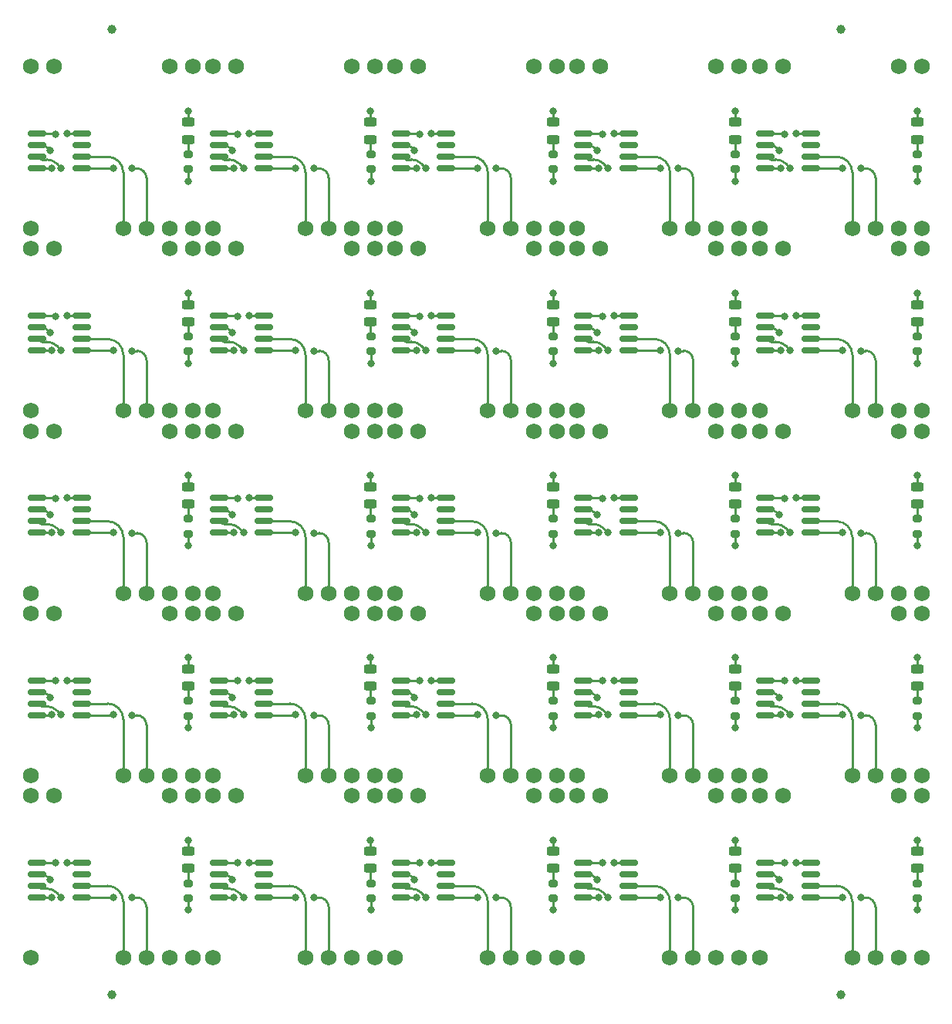
<source format=gbr>
%TF.GenerationSoftware,KiCad,Pcbnew,9.0.1*%
%TF.CreationDate,2025-08-07T10:54:25-06:00*%
%TF.ProjectId,bhc-panel,6268632d-7061-46e6-956c-2e6b69636164,rev?*%
%TF.SameCoordinates,PX5defda0PY9a7ec80*%
%TF.FileFunction,Copper,L1,Top*%
%TF.FilePolarity,Positive*%
%FSLAX46Y46*%
G04 Gerber Fmt 4.6, Leading zero omitted, Abs format (unit mm)*
G04 Created by KiCad (PCBNEW 9.0.1) date 2025-08-07 10:54:25*
%MOMM*%
%LPD*%
G01*
G04 APERTURE LIST*
G04 Aperture macros list*
%AMRoundRect*
0 Rectangle with rounded corners*
0 $1 Rounding radius*
0 $2 $3 $4 $5 $6 $7 $8 $9 X,Y pos of 4 corners*
0 Add a 4 corners polygon primitive as box body*
4,1,4,$2,$3,$4,$5,$6,$7,$8,$9,$2,$3,0*
0 Add four circle primitives for the rounded corners*
1,1,$1+$1,$2,$3*
1,1,$1+$1,$4,$5*
1,1,$1+$1,$6,$7*
1,1,$1+$1,$8,$9*
0 Add four rect primitives between the rounded corners*
20,1,$1+$1,$2,$3,$4,$5,0*
20,1,$1+$1,$4,$5,$6,$7,0*
20,1,$1+$1,$6,$7,$8,$9,0*
20,1,$1+$1,$8,$9,$2,$3,0*%
G04 Aperture macros list end*
%TA.AperFunction,SMDPad,CuDef*%
%ADD10RoundRect,0.200000X-0.275000X0.200000X-0.275000X-0.200000X0.275000X-0.200000X0.275000X0.200000X0*%
%TD*%
%TA.AperFunction,SMDPad,CuDef*%
%ADD11RoundRect,0.243750X-0.456250X0.243750X-0.456250X-0.243750X0.456250X-0.243750X0.456250X0.243750X0*%
%TD*%
%TA.AperFunction,SMDPad,CuDef*%
%ADD12RoundRect,0.150000X-0.825000X-0.150000X0.825000X-0.150000X0.825000X0.150000X-0.825000X0.150000X0*%
%TD*%
%TA.AperFunction,ComponentPad*%
%ADD13C,1.750000*%
%TD*%
%TA.AperFunction,SMDPad,CuDef*%
%ADD14C,1.000000*%
%TD*%
%TA.AperFunction,ViaPad*%
%ADD15C,0.800000*%
%TD*%
%TA.AperFunction,Conductor*%
%ADD16C,0.250000*%
%TD*%
%TA.AperFunction,Conductor*%
%ADD17C,0.228600*%
%TD*%
G04 APERTURE END LIST*
D10*
%TO.P,R1,1*%
%TO.N,Board_20-Net-(D1-A)*%
X18445000Y16270000D03*
%TO.P,R1,2*%
%TO.N,Board_20-Net-(MB1-CLK)*%
X18445000Y14620000D03*
%TD*%
D11*
%TO.P,D1,1,K*%
%TO.N,Board_17-GND*%
X58425000Y39760000D03*
%TO.P,D1,2,A*%
%TO.N,Board_17-Net-(D1-A)*%
X58425000Y37885000D03*
%TD*%
D10*
%TO.P,R1,1*%
%TO.N,Board_6-Net-(D1-A)*%
X38445000Y76270000D03*
%TO.P,R1,2*%
%TO.N,Board_6-Net-(MB1-CLK)*%
X38445000Y74620000D03*
%TD*%
D12*
%TO.P,U1,1,A0*%
%TO.N,Board_6-Net-(JP1-B)*%
X21775000Y78525000D03*
%TO.P,U1,2,A1*%
%TO.N,Board_6-Net-(JP2-B)*%
X21775000Y77255000D03*
%TO.P,U1,3,A2*%
%TO.N,Board_6-Net-(JP3-B)*%
X21775000Y75985000D03*
%TO.P,U1,4,GND*%
%TO.N,Board_6-GND*%
X21775000Y74715000D03*
%TO.P,U1,5,SDA*%
%TO.N,Board_6-Net-(MB1-SDA)*%
X26725000Y74715000D03*
%TO.P,U1,6,SCL*%
%TO.N,Board_6-Net-(MB1-SCL)*%
X26725000Y75985000D03*
%TO.P,U1,7,WP*%
%TO.N,Board_6-unconnected-(U1-WP-Pad7)*%
X26725000Y77255000D03*
%TO.P,U1,8,VCC*%
%TO.N,Board_6-+3V3*%
X26725000Y78525000D03*
%TD*%
D10*
%TO.P,R1,1*%
%TO.N,Board_12-Net-(D1-A)*%
X58445000Y56270000D03*
%TO.P,R1,2*%
%TO.N,Board_12-Net-(MB1-CLK)*%
X58445000Y54620000D03*
%TD*%
%TO.P,R1,1*%
%TO.N,Board_15-Net-(D1-A)*%
X18445000Y36270000D03*
%TO.P,R1,2*%
%TO.N,Board_15-Net-(MB1-CLK)*%
X18445000Y34620000D03*
%TD*%
%TO.P,R1,1*%
%TO.N,Board_1-Net-(D1-A)*%
X38445000Y96270000D03*
%TO.P,R1,2*%
%TO.N,Board_1-Net-(MB1-CLK)*%
X38445000Y94620000D03*
%TD*%
%TO.P,R1,1*%
%TO.N,Board_14-Net-(D1-A)*%
X98445000Y56270000D03*
%TO.P,R1,2*%
%TO.N,Board_14-Net-(MB1-CLK)*%
X98445000Y54620000D03*
%TD*%
D13*
%TO.P,MB1,1,+VBATT*%
%TO.N,Board_5-unconnected-(MB1-+VBATT-Pad1)*%
X1110000Y85890000D03*
%TO.P,MB1,2,GND*%
%TO.N,Board_5-GND*%
X3650000Y85890000D03*
%TO.P,MB1,7,+3V3*%
%TO.N,Board_5-+3V3*%
X16350000Y85890000D03*
%TO.P,MB1,8,GND*%
%TO.N,Board_5-unconnected-(MB1-GND-Pad8)*%
X18890000Y85890000D03*
%TO.P,MB1,9,CLK*%
%TO.N,Board_5-Net-(MB1-CLK)*%
X1110000Y68110000D03*
%TO.P,MB1,13,SCL*%
%TO.N,Board_5-Net-(MB1-SCL)*%
X11270000Y68110000D03*
%TO.P,MB1,14,SDA*%
%TO.N,Board_5-Net-(MB1-SDA)*%
X13810000Y68110000D03*
%TO.P,MB1,15,3V3+*%
%TO.N,Board_5-unconnected-(MB1-3V3+-Pad15)*%
X16350000Y68110000D03*
%TO.P,MB1,16,GND*%
%TO.N,Board_5-GND*%
X18890000Y68110000D03*
%TD*%
D11*
%TO.P,D1,1,K*%
%TO.N,Board_10-GND*%
X18425000Y59760000D03*
%TO.P,D1,2,A*%
%TO.N,Board_10-Net-(D1-A)*%
X18425000Y57885000D03*
%TD*%
D10*
%TO.P,R1,1*%
%TO.N,Board_3-Net-(D1-A)*%
X78445000Y96270000D03*
%TO.P,R1,2*%
%TO.N,Board_3-Net-(MB1-CLK)*%
X78445000Y94620000D03*
%TD*%
D13*
%TO.P,MB1,1,+VBATT*%
%TO.N,Board_14-unconnected-(MB1-+VBATT-Pad1)*%
X81110000Y65890000D03*
%TO.P,MB1,2,GND*%
%TO.N,Board_14-GND*%
X83650000Y65890000D03*
%TO.P,MB1,7,+3V3*%
%TO.N,Board_14-+3V3*%
X96350000Y65890000D03*
%TO.P,MB1,8,GND*%
%TO.N,Board_14-unconnected-(MB1-GND-Pad8)*%
X98890000Y65890000D03*
%TO.P,MB1,9,CLK*%
%TO.N,Board_14-Net-(MB1-CLK)*%
X81110000Y48110000D03*
%TO.P,MB1,13,SCL*%
%TO.N,Board_14-Net-(MB1-SCL)*%
X91270000Y48110000D03*
%TO.P,MB1,14,SDA*%
%TO.N,Board_14-Net-(MB1-SDA)*%
X93810000Y48110000D03*
%TO.P,MB1,15,3V3+*%
%TO.N,Board_14-unconnected-(MB1-3V3+-Pad15)*%
X96350000Y48110000D03*
%TO.P,MB1,16,GND*%
%TO.N,Board_14-GND*%
X98890000Y48110000D03*
%TD*%
D11*
%TO.P,D1,1,K*%
%TO.N,Board_7-GND*%
X58425000Y79760000D03*
%TO.P,D1,2,A*%
%TO.N,Board_7-Net-(D1-A)*%
X58425000Y77885000D03*
%TD*%
%TO.P,D1,1,K*%
%TO.N,Board_19-GND*%
X98425000Y39760000D03*
%TO.P,D1,2,A*%
%TO.N,Board_19-Net-(D1-A)*%
X98425000Y37885000D03*
%TD*%
D10*
%TO.P,R1,1*%
%TO.N,Board_21-Net-(D1-A)*%
X38445000Y16270000D03*
%TO.P,R1,2*%
%TO.N,Board_21-Net-(MB1-CLK)*%
X38445000Y14620000D03*
%TD*%
D14*
%TO.P,KiKit_FID_T_3,*%
%TO.N,*%
X10000000Y4000000D03*
%TD*%
D12*
%TO.P,U1,1,A0*%
%TO.N,Board_23-Net-(JP1-B)*%
X61775000Y18525000D03*
%TO.P,U1,2,A1*%
%TO.N,Board_23-Net-(JP2-B)*%
X61775000Y17255000D03*
%TO.P,U1,3,A2*%
%TO.N,Board_23-Net-(JP3-B)*%
X61775000Y15985000D03*
%TO.P,U1,4,GND*%
%TO.N,Board_23-GND*%
X61775000Y14715000D03*
%TO.P,U1,5,SDA*%
%TO.N,Board_23-Net-(MB1-SDA)*%
X66725000Y14715000D03*
%TO.P,U1,6,SCL*%
%TO.N,Board_23-Net-(MB1-SCL)*%
X66725000Y15985000D03*
%TO.P,U1,7,WP*%
%TO.N,Board_23-unconnected-(U1-WP-Pad7)*%
X66725000Y17255000D03*
%TO.P,U1,8,VCC*%
%TO.N,Board_23-+3V3*%
X66725000Y18525000D03*
%TD*%
D11*
%TO.P,D1,1,K*%
%TO.N,Board_4-GND*%
X98425000Y99760000D03*
%TO.P,D1,2,A*%
%TO.N,Board_4-Net-(D1-A)*%
X98425000Y97885000D03*
%TD*%
D13*
%TO.P,MB1,1,+VBATT*%
%TO.N,Board_6-unconnected-(MB1-+VBATT-Pad1)*%
X21110000Y85890000D03*
%TO.P,MB1,2,GND*%
%TO.N,Board_6-GND*%
X23650000Y85890000D03*
%TO.P,MB1,7,+3V3*%
%TO.N,Board_6-+3V3*%
X36350000Y85890000D03*
%TO.P,MB1,8,GND*%
%TO.N,Board_6-unconnected-(MB1-GND-Pad8)*%
X38890000Y85890000D03*
%TO.P,MB1,9,CLK*%
%TO.N,Board_6-Net-(MB1-CLK)*%
X21110000Y68110000D03*
%TO.P,MB1,13,SCL*%
%TO.N,Board_6-Net-(MB1-SCL)*%
X31270000Y68110000D03*
%TO.P,MB1,14,SDA*%
%TO.N,Board_6-Net-(MB1-SDA)*%
X33810000Y68110000D03*
%TO.P,MB1,15,3V3+*%
%TO.N,Board_6-unconnected-(MB1-3V3+-Pad15)*%
X36350000Y68110000D03*
%TO.P,MB1,16,GND*%
%TO.N,Board_6-GND*%
X38890000Y68110000D03*
%TD*%
D10*
%TO.P,R1,1*%
%TO.N,Board_19-Net-(D1-A)*%
X98445000Y36270000D03*
%TO.P,R1,2*%
%TO.N,Board_19-Net-(MB1-CLK)*%
X98445000Y34620000D03*
%TD*%
D12*
%TO.P,U1,1,A0*%
%TO.N,Board_10-Net-(JP1-B)*%
X1775000Y58525000D03*
%TO.P,U1,2,A1*%
%TO.N,Board_10-Net-(JP2-B)*%
X1775000Y57255000D03*
%TO.P,U1,3,A2*%
%TO.N,Board_10-Net-(JP3-B)*%
X1775000Y55985000D03*
%TO.P,U1,4,GND*%
%TO.N,Board_10-GND*%
X1775000Y54715000D03*
%TO.P,U1,5,SDA*%
%TO.N,Board_10-Net-(MB1-SDA)*%
X6725000Y54715000D03*
%TO.P,U1,6,SCL*%
%TO.N,Board_10-Net-(MB1-SCL)*%
X6725000Y55985000D03*
%TO.P,U1,7,WP*%
%TO.N,Board_10-unconnected-(U1-WP-Pad7)*%
X6725000Y57255000D03*
%TO.P,U1,8,VCC*%
%TO.N,Board_10-+3V3*%
X6725000Y58525000D03*
%TD*%
%TO.P,U1,1,A0*%
%TO.N,Board_17-Net-(JP1-B)*%
X41775000Y38525000D03*
%TO.P,U1,2,A1*%
%TO.N,Board_17-Net-(JP2-B)*%
X41775000Y37255000D03*
%TO.P,U1,3,A2*%
%TO.N,Board_17-Net-(JP3-B)*%
X41775000Y35985000D03*
%TO.P,U1,4,GND*%
%TO.N,Board_17-GND*%
X41775000Y34715000D03*
%TO.P,U1,5,SDA*%
%TO.N,Board_17-Net-(MB1-SDA)*%
X46725000Y34715000D03*
%TO.P,U1,6,SCL*%
%TO.N,Board_17-Net-(MB1-SCL)*%
X46725000Y35985000D03*
%TO.P,U1,7,WP*%
%TO.N,Board_17-unconnected-(U1-WP-Pad7)*%
X46725000Y37255000D03*
%TO.P,U1,8,VCC*%
%TO.N,Board_17-+3V3*%
X46725000Y38525000D03*
%TD*%
D10*
%TO.P,R1,1*%
%TO.N,Board_9-Net-(D1-A)*%
X98445000Y76270000D03*
%TO.P,R1,2*%
%TO.N,Board_9-Net-(MB1-CLK)*%
X98445000Y74620000D03*
%TD*%
D12*
%TO.P,U1,1,A0*%
%TO.N,Board_19-Net-(JP1-B)*%
X81775000Y38525000D03*
%TO.P,U1,2,A1*%
%TO.N,Board_19-Net-(JP2-B)*%
X81775000Y37255000D03*
%TO.P,U1,3,A2*%
%TO.N,Board_19-Net-(JP3-B)*%
X81775000Y35985000D03*
%TO.P,U1,4,GND*%
%TO.N,Board_19-GND*%
X81775000Y34715000D03*
%TO.P,U1,5,SDA*%
%TO.N,Board_19-Net-(MB1-SDA)*%
X86725000Y34715000D03*
%TO.P,U1,6,SCL*%
%TO.N,Board_19-Net-(MB1-SCL)*%
X86725000Y35985000D03*
%TO.P,U1,7,WP*%
%TO.N,Board_19-unconnected-(U1-WP-Pad7)*%
X86725000Y37255000D03*
%TO.P,U1,8,VCC*%
%TO.N,Board_19-+3V3*%
X86725000Y38525000D03*
%TD*%
D11*
%TO.P,D1,1,K*%
%TO.N,Board_12-GND*%
X58425000Y59760000D03*
%TO.P,D1,2,A*%
%TO.N,Board_12-Net-(D1-A)*%
X58425000Y57885000D03*
%TD*%
D13*
%TO.P,MB1,1,+VBATT*%
%TO.N,Board_7-unconnected-(MB1-+VBATT-Pad1)*%
X41110000Y85890000D03*
%TO.P,MB1,2,GND*%
%TO.N,Board_7-GND*%
X43650000Y85890000D03*
%TO.P,MB1,7,+3V3*%
%TO.N,Board_7-+3V3*%
X56350000Y85890000D03*
%TO.P,MB1,8,GND*%
%TO.N,Board_7-unconnected-(MB1-GND-Pad8)*%
X58890000Y85890000D03*
%TO.P,MB1,9,CLK*%
%TO.N,Board_7-Net-(MB1-CLK)*%
X41110000Y68110000D03*
%TO.P,MB1,13,SCL*%
%TO.N,Board_7-Net-(MB1-SCL)*%
X51270000Y68110000D03*
%TO.P,MB1,14,SDA*%
%TO.N,Board_7-Net-(MB1-SDA)*%
X53810000Y68110000D03*
%TO.P,MB1,15,3V3+*%
%TO.N,Board_7-unconnected-(MB1-3V3+-Pad15)*%
X56350000Y68110000D03*
%TO.P,MB1,16,GND*%
%TO.N,Board_7-GND*%
X58890000Y68110000D03*
%TD*%
D10*
%TO.P,R1,1*%
%TO.N,Board_4-Net-(D1-A)*%
X98445000Y96270000D03*
%TO.P,R1,2*%
%TO.N,Board_4-Net-(MB1-CLK)*%
X98445000Y94620000D03*
%TD*%
D13*
%TO.P,MB1,1,+VBATT*%
%TO.N,Board_11-unconnected-(MB1-+VBATT-Pad1)*%
X21110000Y65890000D03*
%TO.P,MB1,2,GND*%
%TO.N,Board_11-GND*%
X23650000Y65890000D03*
%TO.P,MB1,7,+3V3*%
%TO.N,Board_11-+3V3*%
X36350000Y65890000D03*
%TO.P,MB1,8,GND*%
%TO.N,Board_11-unconnected-(MB1-GND-Pad8)*%
X38890000Y65890000D03*
%TO.P,MB1,9,CLK*%
%TO.N,Board_11-Net-(MB1-CLK)*%
X21110000Y48110000D03*
%TO.P,MB1,13,SCL*%
%TO.N,Board_11-Net-(MB1-SCL)*%
X31270000Y48110000D03*
%TO.P,MB1,14,SDA*%
%TO.N,Board_11-Net-(MB1-SDA)*%
X33810000Y48110000D03*
%TO.P,MB1,15,3V3+*%
%TO.N,Board_11-unconnected-(MB1-3V3+-Pad15)*%
X36350000Y48110000D03*
%TO.P,MB1,16,GND*%
%TO.N,Board_11-GND*%
X38890000Y48110000D03*
%TD*%
D12*
%TO.P,U1,1,A0*%
%TO.N,Board_22-Net-(JP1-B)*%
X41775000Y18525000D03*
%TO.P,U1,2,A1*%
%TO.N,Board_22-Net-(JP2-B)*%
X41775000Y17255000D03*
%TO.P,U1,3,A2*%
%TO.N,Board_22-Net-(JP3-B)*%
X41775000Y15985000D03*
%TO.P,U1,4,GND*%
%TO.N,Board_22-GND*%
X41775000Y14715000D03*
%TO.P,U1,5,SDA*%
%TO.N,Board_22-Net-(MB1-SDA)*%
X46725000Y14715000D03*
%TO.P,U1,6,SCL*%
%TO.N,Board_22-Net-(MB1-SCL)*%
X46725000Y15985000D03*
%TO.P,U1,7,WP*%
%TO.N,Board_22-unconnected-(U1-WP-Pad7)*%
X46725000Y17255000D03*
%TO.P,U1,8,VCC*%
%TO.N,Board_22-+3V3*%
X46725000Y18525000D03*
%TD*%
D11*
%TO.P,D1,1,K*%
%TO.N,Board_24-GND*%
X98425000Y19760000D03*
%TO.P,D1,2,A*%
%TO.N,Board_24-Net-(D1-A)*%
X98425000Y17885000D03*
%TD*%
D10*
%TO.P,R1,1*%
%TO.N,Board_22-Net-(D1-A)*%
X58445000Y16270000D03*
%TO.P,R1,2*%
%TO.N,Board_22-Net-(MB1-CLK)*%
X58445000Y14620000D03*
%TD*%
%TO.P,R1,1*%
%TO.N,Board_13-Net-(D1-A)*%
X78445000Y56270000D03*
%TO.P,R1,2*%
%TO.N,Board_13-Net-(MB1-CLK)*%
X78445000Y54620000D03*
%TD*%
D12*
%TO.P,U1,1,A0*%
%TO.N,Board_24-Net-(JP1-B)*%
X81775000Y18525000D03*
%TO.P,U1,2,A1*%
%TO.N,Board_24-Net-(JP2-B)*%
X81775000Y17255000D03*
%TO.P,U1,3,A2*%
%TO.N,Board_24-Net-(JP3-B)*%
X81775000Y15985000D03*
%TO.P,U1,4,GND*%
%TO.N,Board_24-GND*%
X81775000Y14715000D03*
%TO.P,U1,5,SDA*%
%TO.N,Board_24-Net-(MB1-SDA)*%
X86725000Y14715000D03*
%TO.P,U1,6,SCL*%
%TO.N,Board_24-Net-(MB1-SCL)*%
X86725000Y15985000D03*
%TO.P,U1,7,WP*%
%TO.N,Board_24-unconnected-(U1-WP-Pad7)*%
X86725000Y17255000D03*
%TO.P,U1,8,VCC*%
%TO.N,Board_24-+3V3*%
X86725000Y18525000D03*
%TD*%
D13*
%TO.P,MB1,1,+VBATT*%
%TO.N,Board_9-unconnected-(MB1-+VBATT-Pad1)*%
X81110000Y85890000D03*
%TO.P,MB1,2,GND*%
%TO.N,Board_9-GND*%
X83650000Y85890000D03*
%TO.P,MB1,7,+3V3*%
%TO.N,Board_9-+3V3*%
X96350000Y85890000D03*
%TO.P,MB1,8,GND*%
%TO.N,Board_9-unconnected-(MB1-GND-Pad8)*%
X98890000Y85890000D03*
%TO.P,MB1,9,CLK*%
%TO.N,Board_9-Net-(MB1-CLK)*%
X81110000Y68110000D03*
%TO.P,MB1,13,SCL*%
%TO.N,Board_9-Net-(MB1-SCL)*%
X91270000Y68110000D03*
%TO.P,MB1,14,SDA*%
%TO.N,Board_9-Net-(MB1-SDA)*%
X93810000Y68110000D03*
%TO.P,MB1,15,3V3+*%
%TO.N,Board_9-unconnected-(MB1-3V3+-Pad15)*%
X96350000Y68110000D03*
%TO.P,MB1,16,GND*%
%TO.N,Board_9-GND*%
X98890000Y68110000D03*
%TD*%
D11*
%TO.P,D1,1,K*%
%TO.N,Board_18-GND*%
X78425000Y39760000D03*
%TO.P,D1,2,A*%
%TO.N,Board_18-Net-(D1-A)*%
X78425000Y37885000D03*
%TD*%
D14*
%TO.P,KiKit_FID_T_4,*%
%TO.N,*%
X90000000Y4000000D03*
%TD*%
D12*
%TO.P,U1,1,A0*%
%TO.N,Board_21-Net-(JP1-B)*%
X21775000Y18525000D03*
%TO.P,U1,2,A1*%
%TO.N,Board_21-Net-(JP2-B)*%
X21775000Y17255000D03*
%TO.P,U1,3,A2*%
%TO.N,Board_21-Net-(JP3-B)*%
X21775000Y15985000D03*
%TO.P,U1,4,GND*%
%TO.N,Board_21-GND*%
X21775000Y14715000D03*
%TO.P,U1,5,SDA*%
%TO.N,Board_21-Net-(MB1-SDA)*%
X26725000Y14715000D03*
%TO.P,U1,6,SCL*%
%TO.N,Board_21-Net-(MB1-SCL)*%
X26725000Y15985000D03*
%TO.P,U1,7,WP*%
%TO.N,Board_21-unconnected-(U1-WP-Pad7)*%
X26725000Y17255000D03*
%TO.P,U1,8,VCC*%
%TO.N,Board_21-+3V3*%
X26725000Y18525000D03*
%TD*%
D13*
%TO.P,MB1,1,+VBATT*%
%TO.N,Board_8-unconnected-(MB1-+VBATT-Pad1)*%
X61110000Y85890000D03*
%TO.P,MB1,2,GND*%
%TO.N,Board_8-GND*%
X63650000Y85890000D03*
%TO.P,MB1,7,+3V3*%
%TO.N,Board_8-+3V3*%
X76350000Y85890000D03*
%TO.P,MB1,8,GND*%
%TO.N,Board_8-unconnected-(MB1-GND-Pad8)*%
X78890000Y85890000D03*
%TO.P,MB1,9,CLK*%
%TO.N,Board_8-Net-(MB1-CLK)*%
X61110000Y68110000D03*
%TO.P,MB1,13,SCL*%
%TO.N,Board_8-Net-(MB1-SCL)*%
X71270000Y68110000D03*
%TO.P,MB1,14,SDA*%
%TO.N,Board_8-Net-(MB1-SDA)*%
X73810000Y68110000D03*
%TO.P,MB1,15,3V3+*%
%TO.N,Board_8-unconnected-(MB1-3V3+-Pad15)*%
X76350000Y68110000D03*
%TO.P,MB1,16,GND*%
%TO.N,Board_8-GND*%
X78890000Y68110000D03*
%TD*%
D12*
%TO.P,U1,1,A0*%
%TO.N,Board_9-Net-(JP1-B)*%
X81775000Y78525000D03*
%TO.P,U1,2,A1*%
%TO.N,Board_9-Net-(JP2-B)*%
X81775000Y77255000D03*
%TO.P,U1,3,A2*%
%TO.N,Board_9-Net-(JP3-B)*%
X81775000Y75985000D03*
%TO.P,U1,4,GND*%
%TO.N,Board_9-GND*%
X81775000Y74715000D03*
%TO.P,U1,5,SDA*%
%TO.N,Board_9-Net-(MB1-SDA)*%
X86725000Y74715000D03*
%TO.P,U1,6,SCL*%
%TO.N,Board_9-Net-(MB1-SCL)*%
X86725000Y75985000D03*
%TO.P,U1,7,WP*%
%TO.N,Board_9-unconnected-(U1-WP-Pad7)*%
X86725000Y77255000D03*
%TO.P,U1,8,VCC*%
%TO.N,Board_9-+3V3*%
X86725000Y78525000D03*
%TD*%
D13*
%TO.P,MB1,1,+VBATT*%
%TO.N,Board_12-unconnected-(MB1-+VBATT-Pad1)*%
X41110000Y65890000D03*
%TO.P,MB1,2,GND*%
%TO.N,Board_12-GND*%
X43650000Y65890000D03*
%TO.P,MB1,7,+3V3*%
%TO.N,Board_12-+3V3*%
X56350000Y65890000D03*
%TO.P,MB1,8,GND*%
%TO.N,Board_12-unconnected-(MB1-GND-Pad8)*%
X58890000Y65890000D03*
%TO.P,MB1,9,CLK*%
%TO.N,Board_12-Net-(MB1-CLK)*%
X41110000Y48110000D03*
%TO.P,MB1,13,SCL*%
%TO.N,Board_12-Net-(MB1-SCL)*%
X51270000Y48110000D03*
%TO.P,MB1,14,SDA*%
%TO.N,Board_12-Net-(MB1-SDA)*%
X53810000Y48110000D03*
%TO.P,MB1,15,3V3+*%
%TO.N,Board_12-unconnected-(MB1-3V3+-Pad15)*%
X56350000Y48110000D03*
%TO.P,MB1,16,GND*%
%TO.N,Board_12-GND*%
X58890000Y48110000D03*
%TD*%
D11*
%TO.P,D1,1,K*%
%TO.N,Board_1-GND*%
X38425000Y99760000D03*
%TO.P,D1,2,A*%
%TO.N,Board_1-Net-(D1-A)*%
X38425000Y97885000D03*
%TD*%
%TO.P,D1,1,K*%
%TO.N,Board_11-GND*%
X38425000Y59760000D03*
%TO.P,D1,2,A*%
%TO.N,Board_11-Net-(D1-A)*%
X38425000Y57885000D03*
%TD*%
%TO.P,D1,1,K*%
%TO.N,Board_23-GND*%
X78425000Y19760000D03*
%TO.P,D1,2,A*%
%TO.N,Board_23-Net-(D1-A)*%
X78425000Y17885000D03*
%TD*%
D10*
%TO.P,R1,1*%
%TO.N,Board_16-Net-(D1-A)*%
X38445000Y36270000D03*
%TO.P,R1,2*%
%TO.N,Board_16-Net-(MB1-CLK)*%
X38445000Y34620000D03*
%TD*%
D11*
%TO.P,D1,1,K*%
%TO.N,Board_21-GND*%
X38425000Y19760000D03*
%TO.P,D1,2,A*%
%TO.N,Board_21-Net-(D1-A)*%
X38425000Y17885000D03*
%TD*%
D10*
%TO.P,R1,1*%
%TO.N,Board_24-Net-(D1-A)*%
X98445000Y16270000D03*
%TO.P,R1,2*%
%TO.N,Board_24-Net-(MB1-CLK)*%
X98445000Y14620000D03*
%TD*%
D12*
%TO.P,U1,1,A0*%
%TO.N,Board_0-Net-(JP1-B)*%
X1775000Y98525000D03*
%TO.P,U1,2,A1*%
%TO.N,Board_0-Net-(JP2-B)*%
X1775000Y97255000D03*
%TO.P,U1,3,A2*%
%TO.N,Board_0-Net-(JP3-B)*%
X1775000Y95985000D03*
%TO.P,U1,4,GND*%
%TO.N,Board_0-GND*%
X1775000Y94715000D03*
%TO.P,U1,5,SDA*%
%TO.N,Board_0-Net-(MB1-SDA)*%
X6725000Y94715000D03*
%TO.P,U1,6,SCL*%
%TO.N,Board_0-Net-(MB1-SCL)*%
X6725000Y95985000D03*
%TO.P,U1,7,WP*%
%TO.N,Board_0-unconnected-(U1-WP-Pad7)*%
X6725000Y97255000D03*
%TO.P,U1,8,VCC*%
%TO.N,Board_0-+3V3*%
X6725000Y98525000D03*
%TD*%
D14*
%TO.P,KiKit_FID_T_2,*%
%TO.N,*%
X90000000Y110000000D03*
%TD*%
D12*
%TO.P,U1,1,A0*%
%TO.N,Board_14-Net-(JP1-B)*%
X81775000Y58525000D03*
%TO.P,U1,2,A1*%
%TO.N,Board_14-Net-(JP2-B)*%
X81775000Y57255000D03*
%TO.P,U1,3,A2*%
%TO.N,Board_14-Net-(JP3-B)*%
X81775000Y55985000D03*
%TO.P,U1,4,GND*%
%TO.N,Board_14-GND*%
X81775000Y54715000D03*
%TO.P,U1,5,SDA*%
%TO.N,Board_14-Net-(MB1-SDA)*%
X86725000Y54715000D03*
%TO.P,U1,6,SCL*%
%TO.N,Board_14-Net-(MB1-SCL)*%
X86725000Y55985000D03*
%TO.P,U1,7,WP*%
%TO.N,Board_14-unconnected-(U1-WP-Pad7)*%
X86725000Y57255000D03*
%TO.P,U1,8,VCC*%
%TO.N,Board_14-+3V3*%
X86725000Y58525000D03*
%TD*%
%TO.P,U1,1,A0*%
%TO.N,Board_12-Net-(JP1-B)*%
X41775000Y58525000D03*
%TO.P,U1,2,A1*%
%TO.N,Board_12-Net-(JP2-B)*%
X41775000Y57255000D03*
%TO.P,U1,3,A2*%
%TO.N,Board_12-Net-(JP3-B)*%
X41775000Y55985000D03*
%TO.P,U1,4,GND*%
%TO.N,Board_12-GND*%
X41775000Y54715000D03*
%TO.P,U1,5,SDA*%
%TO.N,Board_12-Net-(MB1-SDA)*%
X46725000Y54715000D03*
%TO.P,U1,6,SCL*%
%TO.N,Board_12-Net-(MB1-SCL)*%
X46725000Y55985000D03*
%TO.P,U1,7,WP*%
%TO.N,Board_12-unconnected-(U1-WP-Pad7)*%
X46725000Y57255000D03*
%TO.P,U1,8,VCC*%
%TO.N,Board_12-+3V3*%
X46725000Y58525000D03*
%TD*%
D10*
%TO.P,R1,1*%
%TO.N,Board_17-Net-(D1-A)*%
X58445000Y36270000D03*
%TO.P,R1,2*%
%TO.N,Board_17-Net-(MB1-CLK)*%
X58445000Y34620000D03*
%TD*%
D13*
%TO.P,MB1,1,+VBATT*%
%TO.N,Board_21-unconnected-(MB1-+VBATT-Pad1)*%
X21110000Y25890000D03*
%TO.P,MB1,2,GND*%
%TO.N,Board_21-GND*%
X23650000Y25890000D03*
%TO.P,MB1,7,+3V3*%
%TO.N,Board_21-+3V3*%
X36350000Y25890000D03*
%TO.P,MB1,8,GND*%
%TO.N,Board_21-unconnected-(MB1-GND-Pad8)*%
X38890000Y25890000D03*
%TO.P,MB1,9,CLK*%
%TO.N,Board_21-Net-(MB1-CLK)*%
X21110000Y8110000D03*
%TO.P,MB1,13,SCL*%
%TO.N,Board_21-Net-(MB1-SCL)*%
X31270000Y8110000D03*
%TO.P,MB1,14,SDA*%
%TO.N,Board_21-Net-(MB1-SDA)*%
X33810000Y8110000D03*
%TO.P,MB1,15,3V3+*%
%TO.N,Board_21-unconnected-(MB1-3V3+-Pad15)*%
X36350000Y8110000D03*
%TO.P,MB1,16,GND*%
%TO.N,Board_21-GND*%
X38890000Y8110000D03*
%TD*%
D11*
%TO.P,D1,1,K*%
%TO.N,Board_2-GND*%
X58425000Y99760000D03*
%TO.P,D1,2,A*%
%TO.N,Board_2-Net-(D1-A)*%
X58425000Y97885000D03*
%TD*%
D12*
%TO.P,U1,1,A0*%
%TO.N,Board_4-Net-(JP1-B)*%
X81775000Y98525000D03*
%TO.P,U1,2,A1*%
%TO.N,Board_4-Net-(JP2-B)*%
X81775000Y97255000D03*
%TO.P,U1,3,A2*%
%TO.N,Board_4-Net-(JP3-B)*%
X81775000Y95985000D03*
%TO.P,U1,4,GND*%
%TO.N,Board_4-GND*%
X81775000Y94715000D03*
%TO.P,U1,5,SDA*%
%TO.N,Board_4-Net-(MB1-SDA)*%
X86725000Y94715000D03*
%TO.P,U1,6,SCL*%
%TO.N,Board_4-Net-(MB1-SCL)*%
X86725000Y95985000D03*
%TO.P,U1,7,WP*%
%TO.N,Board_4-unconnected-(U1-WP-Pad7)*%
X86725000Y97255000D03*
%TO.P,U1,8,VCC*%
%TO.N,Board_4-+3V3*%
X86725000Y98525000D03*
%TD*%
D13*
%TO.P,MB1,1,+VBATT*%
%TO.N,Board_22-unconnected-(MB1-+VBATT-Pad1)*%
X41110000Y25890000D03*
%TO.P,MB1,2,GND*%
%TO.N,Board_22-GND*%
X43650000Y25890000D03*
%TO.P,MB1,7,+3V3*%
%TO.N,Board_22-+3V3*%
X56350000Y25890000D03*
%TO.P,MB1,8,GND*%
%TO.N,Board_22-unconnected-(MB1-GND-Pad8)*%
X58890000Y25890000D03*
%TO.P,MB1,9,CLK*%
%TO.N,Board_22-Net-(MB1-CLK)*%
X41110000Y8110000D03*
%TO.P,MB1,13,SCL*%
%TO.N,Board_22-Net-(MB1-SCL)*%
X51270000Y8110000D03*
%TO.P,MB1,14,SDA*%
%TO.N,Board_22-Net-(MB1-SDA)*%
X53810000Y8110000D03*
%TO.P,MB1,15,3V3+*%
%TO.N,Board_22-unconnected-(MB1-3V3+-Pad15)*%
X56350000Y8110000D03*
%TO.P,MB1,16,GND*%
%TO.N,Board_22-GND*%
X58890000Y8110000D03*
%TD*%
D12*
%TO.P,U1,1,A0*%
%TO.N,Board_7-Net-(JP1-B)*%
X41775000Y78525000D03*
%TO.P,U1,2,A1*%
%TO.N,Board_7-Net-(JP2-B)*%
X41775000Y77255000D03*
%TO.P,U1,3,A2*%
%TO.N,Board_7-Net-(JP3-B)*%
X41775000Y75985000D03*
%TO.P,U1,4,GND*%
%TO.N,Board_7-GND*%
X41775000Y74715000D03*
%TO.P,U1,5,SDA*%
%TO.N,Board_7-Net-(MB1-SDA)*%
X46725000Y74715000D03*
%TO.P,U1,6,SCL*%
%TO.N,Board_7-Net-(MB1-SCL)*%
X46725000Y75985000D03*
%TO.P,U1,7,WP*%
%TO.N,Board_7-unconnected-(U1-WP-Pad7)*%
X46725000Y77255000D03*
%TO.P,U1,8,VCC*%
%TO.N,Board_7-+3V3*%
X46725000Y78525000D03*
%TD*%
D10*
%TO.P,R1,1*%
%TO.N,Board_7-Net-(D1-A)*%
X58445000Y76270000D03*
%TO.P,R1,2*%
%TO.N,Board_7-Net-(MB1-CLK)*%
X58445000Y74620000D03*
%TD*%
D13*
%TO.P,MB1,1,+VBATT*%
%TO.N,Board_2-unconnected-(MB1-+VBATT-Pad1)*%
X41110000Y105890000D03*
%TO.P,MB1,2,GND*%
%TO.N,Board_2-GND*%
X43650000Y105890000D03*
%TO.P,MB1,7,+3V3*%
%TO.N,Board_2-+3V3*%
X56350000Y105890000D03*
%TO.P,MB1,8,GND*%
%TO.N,Board_2-unconnected-(MB1-GND-Pad8)*%
X58890000Y105890000D03*
%TO.P,MB1,9,CLK*%
%TO.N,Board_2-Net-(MB1-CLK)*%
X41110000Y88110000D03*
%TO.P,MB1,13,SCL*%
%TO.N,Board_2-Net-(MB1-SCL)*%
X51270000Y88110000D03*
%TO.P,MB1,14,SDA*%
%TO.N,Board_2-Net-(MB1-SDA)*%
X53810000Y88110000D03*
%TO.P,MB1,15,3V3+*%
%TO.N,Board_2-unconnected-(MB1-3V3+-Pad15)*%
X56350000Y88110000D03*
%TO.P,MB1,16,GND*%
%TO.N,Board_2-GND*%
X58890000Y88110000D03*
%TD*%
%TO.P,MB1,1,+VBATT*%
%TO.N,Board_24-unconnected-(MB1-+VBATT-Pad1)*%
X81110000Y25890000D03*
%TO.P,MB1,2,GND*%
%TO.N,Board_24-GND*%
X83650000Y25890000D03*
%TO.P,MB1,7,+3V3*%
%TO.N,Board_24-+3V3*%
X96350000Y25890000D03*
%TO.P,MB1,8,GND*%
%TO.N,Board_24-unconnected-(MB1-GND-Pad8)*%
X98890000Y25890000D03*
%TO.P,MB1,9,CLK*%
%TO.N,Board_24-Net-(MB1-CLK)*%
X81110000Y8110000D03*
%TO.P,MB1,13,SCL*%
%TO.N,Board_24-Net-(MB1-SCL)*%
X91270000Y8110000D03*
%TO.P,MB1,14,SDA*%
%TO.N,Board_24-Net-(MB1-SDA)*%
X93810000Y8110000D03*
%TO.P,MB1,15,3V3+*%
%TO.N,Board_24-unconnected-(MB1-3V3+-Pad15)*%
X96350000Y8110000D03*
%TO.P,MB1,16,GND*%
%TO.N,Board_24-GND*%
X98890000Y8110000D03*
%TD*%
D11*
%TO.P,D1,1,K*%
%TO.N,Board_20-GND*%
X18425000Y19760000D03*
%TO.P,D1,2,A*%
%TO.N,Board_20-Net-(D1-A)*%
X18425000Y17885000D03*
%TD*%
D10*
%TO.P,R1,1*%
%TO.N,Board_5-Net-(D1-A)*%
X18445000Y76270000D03*
%TO.P,R1,2*%
%TO.N,Board_5-Net-(MB1-CLK)*%
X18445000Y74620000D03*
%TD*%
%TO.P,R1,1*%
%TO.N,Board_8-Net-(D1-A)*%
X78445000Y76270000D03*
%TO.P,R1,2*%
%TO.N,Board_8-Net-(MB1-CLK)*%
X78445000Y74620000D03*
%TD*%
D13*
%TO.P,MB1,1,+VBATT*%
%TO.N,Board_1-unconnected-(MB1-+VBATT-Pad1)*%
X21110000Y105890000D03*
%TO.P,MB1,2,GND*%
%TO.N,Board_1-GND*%
X23650000Y105890000D03*
%TO.P,MB1,7,+3V3*%
%TO.N,Board_1-+3V3*%
X36350000Y105890000D03*
%TO.P,MB1,8,GND*%
%TO.N,Board_1-unconnected-(MB1-GND-Pad8)*%
X38890000Y105890000D03*
%TO.P,MB1,9,CLK*%
%TO.N,Board_1-Net-(MB1-CLK)*%
X21110000Y88110000D03*
%TO.P,MB1,13,SCL*%
%TO.N,Board_1-Net-(MB1-SCL)*%
X31270000Y88110000D03*
%TO.P,MB1,14,SDA*%
%TO.N,Board_1-Net-(MB1-SDA)*%
X33810000Y88110000D03*
%TO.P,MB1,15,3V3+*%
%TO.N,Board_1-unconnected-(MB1-3V3+-Pad15)*%
X36350000Y88110000D03*
%TO.P,MB1,16,GND*%
%TO.N,Board_1-GND*%
X38890000Y88110000D03*
%TD*%
D11*
%TO.P,D1,1,K*%
%TO.N,Board_0-GND*%
X18425000Y99760000D03*
%TO.P,D1,2,A*%
%TO.N,Board_0-Net-(D1-A)*%
X18425000Y97885000D03*
%TD*%
D13*
%TO.P,MB1,1,+VBATT*%
%TO.N,Board_3-unconnected-(MB1-+VBATT-Pad1)*%
X61110000Y105890000D03*
%TO.P,MB1,2,GND*%
%TO.N,Board_3-GND*%
X63650000Y105890000D03*
%TO.P,MB1,7,+3V3*%
%TO.N,Board_3-+3V3*%
X76350000Y105890000D03*
%TO.P,MB1,8,GND*%
%TO.N,Board_3-unconnected-(MB1-GND-Pad8)*%
X78890000Y105890000D03*
%TO.P,MB1,9,CLK*%
%TO.N,Board_3-Net-(MB1-CLK)*%
X61110000Y88110000D03*
%TO.P,MB1,13,SCL*%
%TO.N,Board_3-Net-(MB1-SCL)*%
X71270000Y88110000D03*
%TO.P,MB1,14,SDA*%
%TO.N,Board_3-Net-(MB1-SDA)*%
X73810000Y88110000D03*
%TO.P,MB1,15,3V3+*%
%TO.N,Board_3-unconnected-(MB1-3V3+-Pad15)*%
X76350000Y88110000D03*
%TO.P,MB1,16,GND*%
%TO.N,Board_3-GND*%
X78890000Y88110000D03*
%TD*%
D11*
%TO.P,D1,1,K*%
%TO.N,Board_5-GND*%
X18425000Y79760000D03*
%TO.P,D1,2,A*%
%TO.N,Board_5-Net-(D1-A)*%
X18425000Y77885000D03*
%TD*%
D12*
%TO.P,U1,1,A0*%
%TO.N,Board_16-Net-(JP1-B)*%
X21775000Y38525000D03*
%TO.P,U1,2,A1*%
%TO.N,Board_16-Net-(JP2-B)*%
X21775000Y37255000D03*
%TO.P,U1,3,A2*%
%TO.N,Board_16-Net-(JP3-B)*%
X21775000Y35985000D03*
%TO.P,U1,4,GND*%
%TO.N,Board_16-GND*%
X21775000Y34715000D03*
%TO.P,U1,5,SDA*%
%TO.N,Board_16-Net-(MB1-SDA)*%
X26725000Y34715000D03*
%TO.P,U1,6,SCL*%
%TO.N,Board_16-Net-(MB1-SCL)*%
X26725000Y35985000D03*
%TO.P,U1,7,WP*%
%TO.N,Board_16-unconnected-(U1-WP-Pad7)*%
X26725000Y37255000D03*
%TO.P,U1,8,VCC*%
%TO.N,Board_16-+3V3*%
X26725000Y38525000D03*
%TD*%
%TO.P,U1,1,A0*%
%TO.N,Board_2-Net-(JP1-B)*%
X41775000Y98525000D03*
%TO.P,U1,2,A1*%
%TO.N,Board_2-Net-(JP2-B)*%
X41775000Y97255000D03*
%TO.P,U1,3,A2*%
%TO.N,Board_2-Net-(JP3-B)*%
X41775000Y95985000D03*
%TO.P,U1,4,GND*%
%TO.N,Board_2-GND*%
X41775000Y94715000D03*
%TO.P,U1,5,SDA*%
%TO.N,Board_2-Net-(MB1-SDA)*%
X46725000Y94715000D03*
%TO.P,U1,6,SCL*%
%TO.N,Board_2-Net-(MB1-SCL)*%
X46725000Y95985000D03*
%TO.P,U1,7,WP*%
%TO.N,Board_2-unconnected-(U1-WP-Pad7)*%
X46725000Y97255000D03*
%TO.P,U1,8,VCC*%
%TO.N,Board_2-+3V3*%
X46725000Y98525000D03*
%TD*%
%TO.P,U1,1,A0*%
%TO.N,Board_1-Net-(JP1-B)*%
X21775000Y98525000D03*
%TO.P,U1,2,A1*%
%TO.N,Board_1-Net-(JP2-B)*%
X21775000Y97255000D03*
%TO.P,U1,3,A2*%
%TO.N,Board_1-Net-(JP3-B)*%
X21775000Y95985000D03*
%TO.P,U1,4,GND*%
%TO.N,Board_1-GND*%
X21775000Y94715000D03*
%TO.P,U1,5,SDA*%
%TO.N,Board_1-Net-(MB1-SDA)*%
X26725000Y94715000D03*
%TO.P,U1,6,SCL*%
%TO.N,Board_1-Net-(MB1-SCL)*%
X26725000Y95985000D03*
%TO.P,U1,7,WP*%
%TO.N,Board_1-unconnected-(U1-WP-Pad7)*%
X26725000Y97255000D03*
%TO.P,U1,8,VCC*%
%TO.N,Board_1-+3V3*%
X26725000Y98525000D03*
%TD*%
%TO.P,U1,1,A0*%
%TO.N,Board_18-Net-(JP1-B)*%
X61775000Y38525000D03*
%TO.P,U1,2,A1*%
%TO.N,Board_18-Net-(JP2-B)*%
X61775000Y37255000D03*
%TO.P,U1,3,A2*%
%TO.N,Board_18-Net-(JP3-B)*%
X61775000Y35985000D03*
%TO.P,U1,4,GND*%
%TO.N,Board_18-GND*%
X61775000Y34715000D03*
%TO.P,U1,5,SDA*%
%TO.N,Board_18-Net-(MB1-SDA)*%
X66725000Y34715000D03*
%TO.P,U1,6,SCL*%
%TO.N,Board_18-Net-(MB1-SCL)*%
X66725000Y35985000D03*
%TO.P,U1,7,WP*%
%TO.N,Board_18-unconnected-(U1-WP-Pad7)*%
X66725000Y37255000D03*
%TO.P,U1,8,VCC*%
%TO.N,Board_18-+3V3*%
X66725000Y38525000D03*
%TD*%
D13*
%TO.P,MB1,1,+VBATT*%
%TO.N,Board_16-unconnected-(MB1-+VBATT-Pad1)*%
X21110000Y45890000D03*
%TO.P,MB1,2,GND*%
%TO.N,Board_16-GND*%
X23650000Y45890000D03*
%TO.P,MB1,7,+3V3*%
%TO.N,Board_16-+3V3*%
X36350000Y45890000D03*
%TO.P,MB1,8,GND*%
%TO.N,Board_16-unconnected-(MB1-GND-Pad8)*%
X38890000Y45890000D03*
%TO.P,MB1,9,CLK*%
%TO.N,Board_16-Net-(MB1-CLK)*%
X21110000Y28110000D03*
%TO.P,MB1,13,SCL*%
%TO.N,Board_16-Net-(MB1-SCL)*%
X31270000Y28110000D03*
%TO.P,MB1,14,SDA*%
%TO.N,Board_16-Net-(MB1-SDA)*%
X33810000Y28110000D03*
%TO.P,MB1,15,3V3+*%
%TO.N,Board_16-unconnected-(MB1-3V3+-Pad15)*%
X36350000Y28110000D03*
%TO.P,MB1,16,GND*%
%TO.N,Board_16-GND*%
X38890000Y28110000D03*
%TD*%
D12*
%TO.P,U1,1,A0*%
%TO.N,Board_13-Net-(JP1-B)*%
X61775000Y58525000D03*
%TO.P,U1,2,A1*%
%TO.N,Board_13-Net-(JP2-B)*%
X61775000Y57255000D03*
%TO.P,U1,3,A2*%
%TO.N,Board_13-Net-(JP3-B)*%
X61775000Y55985000D03*
%TO.P,U1,4,GND*%
%TO.N,Board_13-GND*%
X61775000Y54715000D03*
%TO.P,U1,5,SDA*%
%TO.N,Board_13-Net-(MB1-SDA)*%
X66725000Y54715000D03*
%TO.P,U1,6,SCL*%
%TO.N,Board_13-Net-(MB1-SCL)*%
X66725000Y55985000D03*
%TO.P,U1,7,WP*%
%TO.N,Board_13-unconnected-(U1-WP-Pad7)*%
X66725000Y57255000D03*
%TO.P,U1,8,VCC*%
%TO.N,Board_13-+3V3*%
X66725000Y58525000D03*
%TD*%
D10*
%TO.P,R1,1*%
%TO.N,Board_23-Net-(D1-A)*%
X78445000Y16270000D03*
%TO.P,R1,2*%
%TO.N,Board_23-Net-(MB1-CLK)*%
X78445000Y14620000D03*
%TD*%
D14*
%TO.P,KiKit_FID_T_1,*%
%TO.N,*%
X10000000Y110000000D03*
%TD*%
D11*
%TO.P,D1,1,K*%
%TO.N,Board_6-GND*%
X38425000Y79760000D03*
%TO.P,D1,2,A*%
%TO.N,Board_6-Net-(D1-A)*%
X38425000Y77885000D03*
%TD*%
%TO.P,D1,1,K*%
%TO.N,Board_8-GND*%
X78425000Y79760000D03*
%TO.P,D1,2,A*%
%TO.N,Board_8-Net-(D1-A)*%
X78425000Y77885000D03*
%TD*%
D13*
%TO.P,MB1,1,+VBATT*%
%TO.N,Board_17-unconnected-(MB1-+VBATT-Pad1)*%
X41110000Y45890000D03*
%TO.P,MB1,2,GND*%
%TO.N,Board_17-GND*%
X43650000Y45890000D03*
%TO.P,MB1,7,+3V3*%
%TO.N,Board_17-+3V3*%
X56350000Y45890000D03*
%TO.P,MB1,8,GND*%
%TO.N,Board_17-unconnected-(MB1-GND-Pad8)*%
X58890000Y45890000D03*
%TO.P,MB1,9,CLK*%
%TO.N,Board_17-Net-(MB1-CLK)*%
X41110000Y28110000D03*
%TO.P,MB1,13,SCL*%
%TO.N,Board_17-Net-(MB1-SCL)*%
X51270000Y28110000D03*
%TO.P,MB1,14,SDA*%
%TO.N,Board_17-Net-(MB1-SDA)*%
X53810000Y28110000D03*
%TO.P,MB1,15,3V3+*%
%TO.N,Board_17-unconnected-(MB1-3V3+-Pad15)*%
X56350000Y28110000D03*
%TO.P,MB1,16,GND*%
%TO.N,Board_17-GND*%
X58890000Y28110000D03*
%TD*%
D10*
%TO.P,R1,1*%
%TO.N,Board_18-Net-(D1-A)*%
X78445000Y36270000D03*
%TO.P,R1,2*%
%TO.N,Board_18-Net-(MB1-CLK)*%
X78445000Y34620000D03*
%TD*%
D12*
%TO.P,U1,1,A0*%
%TO.N,Board_3-Net-(JP1-B)*%
X61775000Y98525000D03*
%TO.P,U1,2,A1*%
%TO.N,Board_3-Net-(JP2-B)*%
X61775000Y97255000D03*
%TO.P,U1,3,A2*%
%TO.N,Board_3-Net-(JP3-B)*%
X61775000Y95985000D03*
%TO.P,U1,4,GND*%
%TO.N,Board_3-GND*%
X61775000Y94715000D03*
%TO.P,U1,5,SDA*%
%TO.N,Board_3-Net-(MB1-SDA)*%
X66725000Y94715000D03*
%TO.P,U1,6,SCL*%
%TO.N,Board_3-Net-(MB1-SCL)*%
X66725000Y95985000D03*
%TO.P,U1,7,WP*%
%TO.N,Board_3-unconnected-(U1-WP-Pad7)*%
X66725000Y97255000D03*
%TO.P,U1,8,VCC*%
%TO.N,Board_3-+3V3*%
X66725000Y98525000D03*
%TD*%
D10*
%TO.P,R1,1*%
%TO.N,Board_2-Net-(D1-A)*%
X58445000Y96270000D03*
%TO.P,R1,2*%
%TO.N,Board_2-Net-(MB1-CLK)*%
X58445000Y94620000D03*
%TD*%
D13*
%TO.P,MB1,1,+VBATT*%
%TO.N,Board_18-unconnected-(MB1-+VBATT-Pad1)*%
X61110000Y45890000D03*
%TO.P,MB1,2,GND*%
%TO.N,Board_18-GND*%
X63650000Y45890000D03*
%TO.P,MB1,7,+3V3*%
%TO.N,Board_18-+3V3*%
X76350000Y45890000D03*
%TO.P,MB1,8,GND*%
%TO.N,Board_18-unconnected-(MB1-GND-Pad8)*%
X78890000Y45890000D03*
%TO.P,MB1,9,CLK*%
%TO.N,Board_18-Net-(MB1-CLK)*%
X61110000Y28110000D03*
%TO.P,MB1,13,SCL*%
%TO.N,Board_18-Net-(MB1-SCL)*%
X71270000Y28110000D03*
%TO.P,MB1,14,SDA*%
%TO.N,Board_18-Net-(MB1-SDA)*%
X73810000Y28110000D03*
%TO.P,MB1,15,3V3+*%
%TO.N,Board_18-unconnected-(MB1-3V3+-Pad15)*%
X76350000Y28110000D03*
%TO.P,MB1,16,GND*%
%TO.N,Board_18-GND*%
X78890000Y28110000D03*
%TD*%
D12*
%TO.P,U1,1,A0*%
%TO.N,Board_8-Net-(JP1-B)*%
X61775000Y78525000D03*
%TO.P,U1,2,A1*%
%TO.N,Board_8-Net-(JP2-B)*%
X61775000Y77255000D03*
%TO.P,U1,3,A2*%
%TO.N,Board_8-Net-(JP3-B)*%
X61775000Y75985000D03*
%TO.P,U1,4,GND*%
%TO.N,Board_8-GND*%
X61775000Y74715000D03*
%TO.P,U1,5,SDA*%
%TO.N,Board_8-Net-(MB1-SDA)*%
X66725000Y74715000D03*
%TO.P,U1,6,SCL*%
%TO.N,Board_8-Net-(MB1-SCL)*%
X66725000Y75985000D03*
%TO.P,U1,7,WP*%
%TO.N,Board_8-unconnected-(U1-WP-Pad7)*%
X66725000Y77255000D03*
%TO.P,U1,8,VCC*%
%TO.N,Board_8-+3V3*%
X66725000Y78525000D03*
%TD*%
D10*
%TO.P,R1,1*%
%TO.N,Board_11-Net-(D1-A)*%
X38445000Y56270000D03*
%TO.P,R1,2*%
%TO.N,Board_11-Net-(MB1-CLK)*%
X38445000Y54620000D03*
%TD*%
D13*
%TO.P,MB1,1,+VBATT*%
%TO.N,Board_4-unconnected-(MB1-+VBATT-Pad1)*%
X81110000Y105890000D03*
%TO.P,MB1,2,GND*%
%TO.N,Board_4-GND*%
X83650000Y105890000D03*
%TO.P,MB1,7,+3V3*%
%TO.N,Board_4-+3V3*%
X96350000Y105890000D03*
%TO.P,MB1,8,GND*%
%TO.N,Board_4-unconnected-(MB1-GND-Pad8)*%
X98890000Y105890000D03*
%TO.P,MB1,9,CLK*%
%TO.N,Board_4-Net-(MB1-CLK)*%
X81110000Y88110000D03*
%TO.P,MB1,13,SCL*%
%TO.N,Board_4-Net-(MB1-SCL)*%
X91270000Y88110000D03*
%TO.P,MB1,14,SDA*%
%TO.N,Board_4-Net-(MB1-SDA)*%
X93810000Y88110000D03*
%TO.P,MB1,15,3V3+*%
%TO.N,Board_4-unconnected-(MB1-3V3+-Pad15)*%
X96350000Y88110000D03*
%TO.P,MB1,16,GND*%
%TO.N,Board_4-GND*%
X98890000Y88110000D03*
%TD*%
D11*
%TO.P,D1,1,K*%
%TO.N,Board_13-GND*%
X78425000Y59760000D03*
%TO.P,D1,2,A*%
%TO.N,Board_13-Net-(D1-A)*%
X78425000Y57885000D03*
%TD*%
D13*
%TO.P,MB1,1,+VBATT*%
%TO.N,Board_10-unconnected-(MB1-+VBATT-Pad1)*%
X1110000Y65890000D03*
%TO.P,MB1,2,GND*%
%TO.N,Board_10-GND*%
X3650000Y65890000D03*
%TO.P,MB1,7,+3V3*%
%TO.N,Board_10-+3V3*%
X16350000Y65890000D03*
%TO.P,MB1,8,GND*%
%TO.N,Board_10-unconnected-(MB1-GND-Pad8)*%
X18890000Y65890000D03*
%TO.P,MB1,9,CLK*%
%TO.N,Board_10-Net-(MB1-CLK)*%
X1110000Y48110000D03*
%TO.P,MB1,13,SCL*%
%TO.N,Board_10-Net-(MB1-SCL)*%
X11270000Y48110000D03*
%TO.P,MB1,14,SDA*%
%TO.N,Board_10-Net-(MB1-SDA)*%
X13810000Y48110000D03*
%TO.P,MB1,15,3V3+*%
%TO.N,Board_10-unconnected-(MB1-3V3+-Pad15)*%
X16350000Y48110000D03*
%TO.P,MB1,16,GND*%
%TO.N,Board_10-GND*%
X18890000Y48110000D03*
%TD*%
D11*
%TO.P,D1,1,K*%
%TO.N,Board_16-GND*%
X38425000Y39760000D03*
%TO.P,D1,2,A*%
%TO.N,Board_16-Net-(D1-A)*%
X38425000Y37885000D03*
%TD*%
D13*
%TO.P,MB1,1,+VBATT*%
%TO.N,Board_19-unconnected-(MB1-+VBATT-Pad1)*%
X81110000Y45890000D03*
%TO.P,MB1,2,GND*%
%TO.N,Board_19-GND*%
X83650000Y45890000D03*
%TO.P,MB1,7,+3V3*%
%TO.N,Board_19-+3V3*%
X96350000Y45890000D03*
%TO.P,MB1,8,GND*%
%TO.N,Board_19-unconnected-(MB1-GND-Pad8)*%
X98890000Y45890000D03*
%TO.P,MB1,9,CLK*%
%TO.N,Board_19-Net-(MB1-CLK)*%
X81110000Y28110000D03*
%TO.P,MB1,13,SCL*%
%TO.N,Board_19-Net-(MB1-SCL)*%
X91270000Y28110000D03*
%TO.P,MB1,14,SDA*%
%TO.N,Board_19-Net-(MB1-SDA)*%
X93810000Y28110000D03*
%TO.P,MB1,15,3V3+*%
%TO.N,Board_19-unconnected-(MB1-3V3+-Pad15)*%
X96350000Y28110000D03*
%TO.P,MB1,16,GND*%
%TO.N,Board_19-GND*%
X98890000Y28110000D03*
%TD*%
D11*
%TO.P,D1,1,K*%
%TO.N,Board_14-GND*%
X98425000Y59760000D03*
%TO.P,D1,2,A*%
%TO.N,Board_14-Net-(D1-A)*%
X98425000Y57885000D03*
%TD*%
D10*
%TO.P,R1,1*%
%TO.N,Board_10-Net-(D1-A)*%
X18445000Y56270000D03*
%TO.P,R1,2*%
%TO.N,Board_10-Net-(MB1-CLK)*%
X18445000Y54620000D03*
%TD*%
D13*
%TO.P,MB1,1,+VBATT*%
%TO.N,Board_15-unconnected-(MB1-+VBATT-Pad1)*%
X1110000Y45890000D03*
%TO.P,MB1,2,GND*%
%TO.N,Board_15-GND*%
X3650000Y45890000D03*
%TO.P,MB1,7,+3V3*%
%TO.N,Board_15-+3V3*%
X16350000Y45890000D03*
%TO.P,MB1,8,GND*%
%TO.N,Board_15-unconnected-(MB1-GND-Pad8)*%
X18890000Y45890000D03*
%TO.P,MB1,9,CLK*%
%TO.N,Board_15-Net-(MB1-CLK)*%
X1110000Y28110000D03*
%TO.P,MB1,13,SCL*%
%TO.N,Board_15-Net-(MB1-SCL)*%
X11270000Y28110000D03*
%TO.P,MB1,14,SDA*%
%TO.N,Board_15-Net-(MB1-SDA)*%
X13810000Y28110000D03*
%TO.P,MB1,15,3V3+*%
%TO.N,Board_15-unconnected-(MB1-3V3+-Pad15)*%
X16350000Y28110000D03*
%TO.P,MB1,16,GND*%
%TO.N,Board_15-GND*%
X18890000Y28110000D03*
%TD*%
D12*
%TO.P,U1,1,A0*%
%TO.N,Board_20-Net-(JP1-B)*%
X1775000Y18525000D03*
%TO.P,U1,2,A1*%
%TO.N,Board_20-Net-(JP2-B)*%
X1775000Y17255000D03*
%TO.P,U1,3,A2*%
%TO.N,Board_20-Net-(JP3-B)*%
X1775000Y15985000D03*
%TO.P,U1,4,GND*%
%TO.N,Board_20-GND*%
X1775000Y14715000D03*
%TO.P,U1,5,SDA*%
%TO.N,Board_20-Net-(MB1-SDA)*%
X6725000Y14715000D03*
%TO.P,U1,6,SCL*%
%TO.N,Board_20-Net-(MB1-SCL)*%
X6725000Y15985000D03*
%TO.P,U1,7,WP*%
%TO.N,Board_20-unconnected-(U1-WP-Pad7)*%
X6725000Y17255000D03*
%TO.P,U1,8,VCC*%
%TO.N,Board_20-+3V3*%
X6725000Y18525000D03*
%TD*%
D13*
%TO.P,MB1,1,+VBATT*%
%TO.N,Board_20-unconnected-(MB1-+VBATT-Pad1)*%
X1110000Y25890000D03*
%TO.P,MB1,2,GND*%
%TO.N,Board_20-GND*%
X3650000Y25890000D03*
%TO.P,MB1,7,+3V3*%
%TO.N,Board_20-+3V3*%
X16350000Y25890000D03*
%TO.P,MB1,8,GND*%
%TO.N,Board_20-unconnected-(MB1-GND-Pad8)*%
X18890000Y25890000D03*
%TO.P,MB1,9,CLK*%
%TO.N,Board_20-Net-(MB1-CLK)*%
X1110000Y8110000D03*
%TO.P,MB1,13,SCL*%
%TO.N,Board_20-Net-(MB1-SCL)*%
X11270000Y8110000D03*
%TO.P,MB1,14,SDA*%
%TO.N,Board_20-Net-(MB1-SDA)*%
X13810000Y8110000D03*
%TO.P,MB1,15,3V3+*%
%TO.N,Board_20-unconnected-(MB1-3V3+-Pad15)*%
X16350000Y8110000D03*
%TO.P,MB1,16,GND*%
%TO.N,Board_20-GND*%
X18890000Y8110000D03*
%TD*%
D12*
%TO.P,U1,1,A0*%
%TO.N,Board_5-Net-(JP1-B)*%
X1775000Y78525000D03*
%TO.P,U1,2,A1*%
%TO.N,Board_5-Net-(JP2-B)*%
X1775000Y77255000D03*
%TO.P,U1,3,A2*%
%TO.N,Board_5-Net-(JP3-B)*%
X1775000Y75985000D03*
%TO.P,U1,4,GND*%
%TO.N,Board_5-GND*%
X1775000Y74715000D03*
%TO.P,U1,5,SDA*%
%TO.N,Board_5-Net-(MB1-SDA)*%
X6725000Y74715000D03*
%TO.P,U1,6,SCL*%
%TO.N,Board_5-Net-(MB1-SCL)*%
X6725000Y75985000D03*
%TO.P,U1,7,WP*%
%TO.N,Board_5-unconnected-(U1-WP-Pad7)*%
X6725000Y77255000D03*
%TO.P,U1,8,VCC*%
%TO.N,Board_5-+3V3*%
X6725000Y78525000D03*
%TD*%
D10*
%TO.P,R1,1*%
%TO.N,Board_0-Net-(D1-A)*%
X18445000Y96270000D03*
%TO.P,R1,2*%
%TO.N,Board_0-Net-(MB1-CLK)*%
X18445000Y94620000D03*
%TD*%
D11*
%TO.P,D1,1,K*%
%TO.N,Board_3-GND*%
X78425000Y99760000D03*
%TO.P,D1,2,A*%
%TO.N,Board_3-Net-(D1-A)*%
X78425000Y97885000D03*
%TD*%
D13*
%TO.P,MB1,1,+VBATT*%
%TO.N,Board_23-unconnected-(MB1-+VBATT-Pad1)*%
X61110000Y25890000D03*
%TO.P,MB1,2,GND*%
%TO.N,Board_23-GND*%
X63650000Y25890000D03*
%TO.P,MB1,7,+3V3*%
%TO.N,Board_23-+3V3*%
X76350000Y25890000D03*
%TO.P,MB1,8,GND*%
%TO.N,Board_23-unconnected-(MB1-GND-Pad8)*%
X78890000Y25890000D03*
%TO.P,MB1,9,CLK*%
%TO.N,Board_23-Net-(MB1-CLK)*%
X61110000Y8110000D03*
%TO.P,MB1,13,SCL*%
%TO.N,Board_23-Net-(MB1-SCL)*%
X71270000Y8110000D03*
%TO.P,MB1,14,SDA*%
%TO.N,Board_23-Net-(MB1-SDA)*%
X73810000Y8110000D03*
%TO.P,MB1,15,3V3+*%
%TO.N,Board_23-unconnected-(MB1-3V3+-Pad15)*%
X76350000Y8110000D03*
%TO.P,MB1,16,GND*%
%TO.N,Board_23-GND*%
X78890000Y8110000D03*
%TD*%
%TO.P,MB1,1,+VBATT*%
%TO.N,Board_0-unconnected-(MB1-+VBATT-Pad1)*%
X1110000Y105890000D03*
%TO.P,MB1,2,GND*%
%TO.N,Board_0-GND*%
X3650000Y105890000D03*
%TO.P,MB1,7,+3V3*%
%TO.N,Board_0-+3V3*%
X16350000Y105890000D03*
%TO.P,MB1,8,GND*%
%TO.N,Board_0-unconnected-(MB1-GND-Pad8)*%
X18890000Y105890000D03*
%TO.P,MB1,9,CLK*%
%TO.N,Board_0-Net-(MB1-CLK)*%
X1110000Y88110000D03*
%TO.P,MB1,13,SCL*%
%TO.N,Board_0-Net-(MB1-SCL)*%
X11270000Y88110000D03*
%TO.P,MB1,14,SDA*%
%TO.N,Board_0-Net-(MB1-SDA)*%
X13810000Y88110000D03*
%TO.P,MB1,15,3V3+*%
%TO.N,Board_0-unconnected-(MB1-3V3+-Pad15)*%
X16350000Y88110000D03*
%TO.P,MB1,16,GND*%
%TO.N,Board_0-GND*%
X18890000Y88110000D03*
%TD*%
D11*
%TO.P,D1,1,K*%
%TO.N,Board_9-GND*%
X98425000Y79760000D03*
%TO.P,D1,2,A*%
%TO.N,Board_9-Net-(D1-A)*%
X98425000Y77885000D03*
%TD*%
D12*
%TO.P,U1,1,A0*%
%TO.N,Board_11-Net-(JP1-B)*%
X21775000Y58525000D03*
%TO.P,U1,2,A1*%
%TO.N,Board_11-Net-(JP2-B)*%
X21775000Y57255000D03*
%TO.P,U1,3,A2*%
%TO.N,Board_11-Net-(JP3-B)*%
X21775000Y55985000D03*
%TO.P,U1,4,GND*%
%TO.N,Board_11-GND*%
X21775000Y54715000D03*
%TO.P,U1,5,SDA*%
%TO.N,Board_11-Net-(MB1-SDA)*%
X26725000Y54715000D03*
%TO.P,U1,6,SCL*%
%TO.N,Board_11-Net-(MB1-SCL)*%
X26725000Y55985000D03*
%TO.P,U1,7,WP*%
%TO.N,Board_11-unconnected-(U1-WP-Pad7)*%
X26725000Y57255000D03*
%TO.P,U1,8,VCC*%
%TO.N,Board_11-+3V3*%
X26725000Y58525000D03*
%TD*%
D13*
%TO.P,MB1,1,+VBATT*%
%TO.N,Board_13-unconnected-(MB1-+VBATT-Pad1)*%
X61110000Y65890000D03*
%TO.P,MB1,2,GND*%
%TO.N,Board_13-GND*%
X63650000Y65890000D03*
%TO.P,MB1,7,+3V3*%
%TO.N,Board_13-+3V3*%
X76350000Y65890000D03*
%TO.P,MB1,8,GND*%
%TO.N,Board_13-unconnected-(MB1-GND-Pad8)*%
X78890000Y65890000D03*
%TO.P,MB1,9,CLK*%
%TO.N,Board_13-Net-(MB1-CLK)*%
X61110000Y48110000D03*
%TO.P,MB1,13,SCL*%
%TO.N,Board_13-Net-(MB1-SCL)*%
X71270000Y48110000D03*
%TO.P,MB1,14,SDA*%
%TO.N,Board_13-Net-(MB1-SDA)*%
X73810000Y48110000D03*
%TO.P,MB1,15,3V3+*%
%TO.N,Board_13-unconnected-(MB1-3V3+-Pad15)*%
X76350000Y48110000D03*
%TO.P,MB1,16,GND*%
%TO.N,Board_13-GND*%
X78890000Y48110000D03*
%TD*%
D12*
%TO.P,U1,1,A0*%
%TO.N,Board_15-Net-(JP1-B)*%
X1775000Y38525000D03*
%TO.P,U1,2,A1*%
%TO.N,Board_15-Net-(JP2-B)*%
X1775000Y37255000D03*
%TO.P,U1,3,A2*%
%TO.N,Board_15-Net-(JP3-B)*%
X1775000Y35985000D03*
%TO.P,U1,4,GND*%
%TO.N,Board_15-GND*%
X1775000Y34715000D03*
%TO.P,U1,5,SDA*%
%TO.N,Board_15-Net-(MB1-SDA)*%
X6725000Y34715000D03*
%TO.P,U1,6,SCL*%
%TO.N,Board_15-Net-(MB1-SCL)*%
X6725000Y35985000D03*
%TO.P,U1,7,WP*%
%TO.N,Board_15-unconnected-(U1-WP-Pad7)*%
X6725000Y37255000D03*
%TO.P,U1,8,VCC*%
%TO.N,Board_15-+3V3*%
X6725000Y38525000D03*
%TD*%
D11*
%TO.P,D1,1,K*%
%TO.N,Board_15-GND*%
X18425000Y39760000D03*
%TO.P,D1,2,A*%
%TO.N,Board_15-Net-(D1-A)*%
X18425000Y37885000D03*
%TD*%
%TO.P,D1,1,K*%
%TO.N,Board_22-GND*%
X58425000Y19760000D03*
%TO.P,D1,2,A*%
%TO.N,Board_22-Net-(D1-A)*%
X58425000Y17885000D03*
%TD*%
D15*
%TO.N,Board_0-+3V3*%
X5105000Y98525000D03*
%TO.N,Board_0-GND*%
X3435000Y94735000D03*
X18425000Y101015000D03*
%TO.N,Board_0-Net-(JP1-B)*%
X3845000Y98485000D03*
%TO.N,Board_0-Net-(JP2-B)*%
X3245000Y96675000D03*
%TO.N,Board_0-Net-(JP3-B)*%
X4465000Y94745000D03*
%TO.N,Board_0-Net-(MB1-CLK)*%
X18445000Y93315000D03*
%TO.N,Board_0-Net-(MB1-SDA)*%
X10185000Y94735000D03*
X12195000Y94695000D03*
%TO.N,Board_1-+3V3*%
X25105000Y98525000D03*
%TO.N,Board_1-GND*%
X38425000Y101015000D03*
X23435000Y94735000D03*
%TO.N,Board_1-Net-(JP1-B)*%
X23845000Y98485000D03*
%TO.N,Board_1-Net-(JP2-B)*%
X23245000Y96675000D03*
%TO.N,Board_1-Net-(JP3-B)*%
X24465000Y94745000D03*
%TO.N,Board_1-Net-(MB1-CLK)*%
X38445000Y93315000D03*
%TO.N,Board_1-Net-(MB1-SDA)*%
X32195000Y94695000D03*
X30185000Y94735000D03*
%TO.N,Board_2-+3V3*%
X45105000Y98525000D03*
%TO.N,Board_2-GND*%
X43435000Y94735000D03*
X58425000Y101015000D03*
%TO.N,Board_2-Net-(JP1-B)*%
X43845000Y98485000D03*
%TO.N,Board_2-Net-(JP2-B)*%
X43245000Y96675000D03*
%TO.N,Board_2-Net-(JP3-B)*%
X44465000Y94745000D03*
%TO.N,Board_2-Net-(MB1-CLK)*%
X58445000Y93315000D03*
%TO.N,Board_2-Net-(MB1-SDA)*%
X52195000Y94695000D03*
X50185000Y94735000D03*
%TO.N,Board_3-+3V3*%
X65105000Y98525000D03*
%TO.N,Board_3-GND*%
X63435000Y94735000D03*
X78425000Y101015000D03*
%TO.N,Board_3-Net-(JP1-B)*%
X63845000Y98485000D03*
%TO.N,Board_3-Net-(JP2-B)*%
X63245000Y96675000D03*
%TO.N,Board_3-Net-(JP3-B)*%
X64465000Y94745000D03*
%TO.N,Board_3-Net-(MB1-CLK)*%
X78445000Y93315000D03*
%TO.N,Board_3-Net-(MB1-SDA)*%
X70185000Y94735000D03*
X72195000Y94695000D03*
%TO.N,Board_4-+3V3*%
X85105000Y98525000D03*
%TO.N,Board_4-GND*%
X83435000Y94735000D03*
X98425000Y101015000D03*
%TO.N,Board_4-Net-(JP1-B)*%
X83845000Y98485000D03*
%TO.N,Board_4-Net-(JP2-B)*%
X83245000Y96675000D03*
%TO.N,Board_4-Net-(JP3-B)*%
X84465000Y94745000D03*
%TO.N,Board_4-Net-(MB1-CLK)*%
X98445000Y93315000D03*
%TO.N,Board_4-Net-(MB1-SDA)*%
X90185000Y94735000D03*
X92195000Y94695000D03*
%TO.N,Board_5-+3V3*%
X5105000Y78525000D03*
%TO.N,Board_5-GND*%
X18425000Y81015000D03*
X3435000Y74735000D03*
%TO.N,Board_5-Net-(JP1-B)*%
X3845000Y78485000D03*
%TO.N,Board_5-Net-(JP2-B)*%
X3245000Y76675000D03*
%TO.N,Board_5-Net-(JP3-B)*%
X4465000Y74745000D03*
%TO.N,Board_5-Net-(MB1-CLK)*%
X18445000Y73315000D03*
%TO.N,Board_5-Net-(MB1-SDA)*%
X12195000Y74695000D03*
X10185000Y74735000D03*
%TO.N,Board_6-+3V3*%
X25105000Y78525000D03*
%TO.N,Board_6-GND*%
X38425000Y81015000D03*
X23435000Y74735000D03*
%TO.N,Board_6-Net-(JP1-B)*%
X23845000Y78485000D03*
%TO.N,Board_6-Net-(JP2-B)*%
X23245000Y76675000D03*
%TO.N,Board_6-Net-(JP3-B)*%
X24465000Y74745000D03*
%TO.N,Board_6-Net-(MB1-CLK)*%
X38445000Y73315000D03*
%TO.N,Board_6-Net-(MB1-SDA)*%
X30185000Y74735000D03*
X32195000Y74695000D03*
%TO.N,Board_7-+3V3*%
X45105000Y78525000D03*
%TO.N,Board_7-GND*%
X43435000Y74735000D03*
X58425000Y81015000D03*
%TO.N,Board_7-Net-(JP1-B)*%
X43845000Y78485000D03*
%TO.N,Board_7-Net-(JP2-B)*%
X43245000Y76675000D03*
%TO.N,Board_7-Net-(JP3-B)*%
X44465000Y74745000D03*
%TO.N,Board_7-Net-(MB1-CLK)*%
X58445000Y73315000D03*
%TO.N,Board_7-Net-(MB1-SDA)*%
X50185000Y74735000D03*
X52195000Y74695000D03*
%TO.N,Board_8-+3V3*%
X65105000Y78525000D03*
%TO.N,Board_8-GND*%
X78425000Y81015000D03*
X63435000Y74735000D03*
%TO.N,Board_8-Net-(JP1-B)*%
X63845000Y78485000D03*
%TO.N,Board_8-Net-(JP2-B)*%
X63245000Y76675000D03*
%TO.N,Board_8-Net-(JP3-B)*%
X64465000Y74745000D03*
%TO.N,Board_8-Net-(MB1-CLK)*%
X78445000Y73315000D03*
%TO.N,Board_8-Net-(MB1-SDA)*%
X72195000Y74695000D03*
X70185000Y74735000D03*
%TO.N,Board_9-+3V3*%
X85105000Y78525000D03*
%TO.N,Board_9-GND*%
X83435000Y74735000D03*
X98425000Y81015000D03*
%TO.N,Board_9-Net-(JP1-B)*%
X83845000Y78485000D03*
%TO.N,Board_9-Net-(JP2-B)*%
X83245000Y76675000D03*
%TO.N,Board_9-Net-(JP3-B)*%
X84465000Y74745000D03*
%TO.N,Board_9-Net-(MB1-CLK)*%
X98445000Y73315000D03*
%TO.N,Board_9-Net-(MB1-SDA)*%
X92195000Y74695000D03*
X90185000Y74735000D03*
%TO.N,Board_10-+3V3*%
X5105000Y58525000D03*
%TO.N,Board_10-GND*%
X18425000Y61015000D03*
X3435000Y54735000D03*
%TO.N,Board_10-Net-(JP1-B)*%
X3845000Y58485000D03*
%TO.N,Board_10-Net-(JP2-B)*%
X3245000Y56675000D03*
%TO.N,Board_10-Net-(JP3-B)*%
X4465000Y54745000D03*
%TO.N,Board_10-Net-(MB1-CLK)*%
X18445000Y53315000D03*
%TO.N,Board_10-Net-(MB1-SDA)*%
X12195000Y54695000D03*
X10185000Y54735000D03*
%TO.N,Board_11-+3V3*%
X25105000Y58525000D03*
%TO.N,Board_11-GND*%
X38425000Y61015000D03*
X23435000Y54735000D03*
%TO.N,Board_11-Net-(JP1-B)*%
X23845000Y58485000D03*
%TO.N,Board_11-Net-(JP2-B)*%
X23245000Y56675000D03*
%TO.N,Board_11-Net-(JP3-B)*%
X24465000Y54745000D03*
%TO.N,Board_11-Net-(MB1-CLK)*%
X38445000Y53315000D03*
%TO.N,Board_11-Net-(MB1-SDA)*%
X32195000Y54695000D03*
X30185000Y54735000D03*
%TO.N,Board_12-+3V3*%
X45105000Y58525000D03*
%TO.N,Board_12-GND*%
X43435000Y54735000D03*
X58425000Y61015000D03*
%TO.N,Board_12-Net-(JP1-B)*%
X43845000Y58485000D03*
%TO.N,Board_12-Net-(JP2-B)*%
X43245000Y56675000D03*
%TO.N,Board_12-Net-(JP3-B)*%
X44465000Y54745000D03*
%TO.N,Board_12-Net-(MB1-CLK)*%
X58445000Y53315000D03*
%TO.N,Board_12-Net-(MB1-SDA)*%
X50185000Y54735000D03*
X52195000Y54695000D03*
%TO.N,Board_13-+3V3*%
X65105000Y58525000D03*
%TO.N,Board_13-GND*%
X63435000Y54735000D03*
X78425000Y61015000D03*
%TO.N,Board_13-Net-(JP1-B)*%
X63845000Y58485000D03*
%TO.N,Board_13-Net-(JP2-B)*%
X63245000Y56675000D03*
%TO.N,Board_13-Net-(JP3-B)*%
X64465000Y54745000D03*
%TO.N,Board_13-Net-(MB1-CLK)*%
X78445000Y53315000D03*
%TO.N,Board_13-Net-(MB1-SDA)*%
X70185000Y54735000D03*
X72195000Y54695000D03*
%TO.N,Board_14-+3V3*%
X85105000Y58525000D03*
%TO.N,Board_14-GND*%
X98425000Y61015000D03*
X83435000Y54735000D03*
%TO.N,Board_14-Net-(JP1-B)*%
X83845000Y58485000D03*
%TO.N,Board_14-Net-(JP2-B)*%
X83245000Y56675000D03*
%TO.N,Board_14-Net-(JP3-B)*%
X84465000Y54745000D03*
%TO.N,Board_14-Net-(MB1-CLK)*%
X98445000Y53315000D03*
%TO.N,Board_14-Net-(MB1-SDA)*%
X90185000Y54735000D03*
X92195000Y54695000D03*
%TO.N,Board_15-+3V3*%
X5105000Y38525000D03*
%TO.N,Board_15-GND*%
X18425000Y41015000D03*
X3435000Y34735000D03*
%TO.N,Board_15-Net-(JP1-B)*%
X3845000Y38485000D03*
%TO.N,Board_15-Net-(JP2-B)*%
X3245000Y36675000D03*
%TO.N,Board_15-Net-(JP3-B)*%
X4465000Y34745000D03*
%TO.N,Board_15-Net-(MB1-CLK)*%
X18445000Y33315000D03*
%TO.N,Board_15-Net-(MB1-SDA)*%
X10185000Y34735000D03*
X12195000Y34695000D03*
%TO.N,Board_16-+3V3*%
X25105000Y38525000D03*
%TO.N,Board_16-GND*%
X38425000Y41015000D03*
X23435000Y34735000D03*
%TO.N,Board_16-Net-(JP1-B)*%
X23845000Y38485000D03*
%TO.N,Board_16-Net-(JP2-B)*%
X23245000Y36675000D03*
%TO.N,Board_16-Net-(JP3-B)*%
X24465000Y34745000D03*
%TO.N,Board_16-Net-(MB1-CLK)*%
X38445000Y33315000D03*
%TO.N,Board_16-Net-(MB1-SDA)*%
X32195000Y34695000D03*
X30185000Y34735000D03*
%TO.N,Board_17-+3V3*%
X45105000Y38525000D03*
%TO.N,Board_17-GND*%
X43435000Y34735000D03*
X58425000Y41015000D03*
%TO.N,Board_17-Net-(JP1-B)*%
X43845000Y38485000D03*
%TO.N,Board_17-Net-(JP2-B)*%
X43245000Y36675000D03*
%TO.N,Board_17-Net-(JP3-B)*%
X44465000Y34745000D03*
%TO.N,Board_17-Net-(MB1-CLK)*%
X58445000Y33315000D03*
%TO.N,Board_17-Net-(MB1-SDA)*%
X50185000Y34735000D03*
X52195000Y34695000D03*
%TO.N,Board_18-+3V3*%
X65105000Y38525000D03*
%TO.N,Board_18-GND*%
X78425000Y41015000D03*
X63435000Y34735000D03*
%TO.N,Board_18-Net-(JP1-B)*%
X63845000Y38485000D03*
%TO.N,Board_18-Net-(JP2-B)*%
X63245000Y36675000D03*
%TO.N,Board_18-Net-(JP3-B)*%
X64465000Y34745000D03*
%TO.N,Board_18-Net-(MB1-CLK)*%
X78445000Y33315000D03*
%TO.N,Board_18-Net-(MB1-SDA)*%
X72195000Y34695000D03*
X70185000Y34735000D03*
%TO.N,Board_19-+3V3*%
X85105000Y38525000D03*
%TO.N,Board_19-GND*%
X83435000Y34735000D03*
X98425000Y41015000D03*
%TO.N,Board_19-Net-(JP1-B)*%
X83845000Y38485000D03*
%TO.N,Board_19-Net-(JP2-B)*%
X83245000Y36675000D03*
%TO.N,Board_19-Net-(JP3-B)*%
X84465000Y34745000D03*
%TO.N,Board_19-Net-(MB1-CLK)*%
X98445000Y33315000D03*
%TO.N,Board_19-Net-(MB1-SDA)*%
X92195000Y34695000D03*
X90185000Y34735000D03*
%TO.N,Board_20-+3V3*%
X5105000Y18525000D03*
%TO.N,Board_20-GND*%
X18425000Y21015000D03*
X3435000Y14735000D03*
%TO.N,Board_20-Net-(JP1-B)*%
X3845000Y18485000D03*
%TO.N,Board_20-Net-(JP2-B)*%
X3245000Y16675000D03*
%TO.N,Board_20-Net-(JP3-B)*%
X4465000Y14745000D03*
%TO.N,Board_20-Net-(MB1-CLK)*%
X18445000Y13315000D03*
%TO.N,Board_20-Net-(MB1-SDA)*%
X12195000Y14695000D03*
X10185000Y14735000D03*
%TO.N,Board_21-+3V3*%
X25105000Y18525000D03*
%TO.N,Board_21-GND*%
X38425000Y21015000D03*
X23435000Y14735000D03*
%TO.N,Board_21-Net-(JP1-B)*%
X23845000Y18485000D03*
%TO.N,Board_21-Net-(JP2-B)*%
X23245000Y16675000D03*
%TO.N,Board_21-Net-(JP3-B)*%
X24465000Y14745000D03*
%TO.N,Board_21-Net-(MB1-CLK)*%
X38445000Y13315000D03*
%TO.N,Board_21-Net-(MB1-SDA)*%
X32195000Y14695000D03*
X30185000Y14735000D03*
%TO.N,Board_22-+3V3*%
X45105000Y18525000D03*
%TO.N,Board_22-GND*%
X58425000Y21015000D03*
X43435000Y14735000D03*
%TO.N,Board_22-Net-(JP1-B)*%
X43845000Y18485000D03*
%TO.N,Board_22-Net-(JP2-B)*%
X43245000Y16675000D03*
%TO.N,Board_22-Net-(JP3-B)*%
X44465000Y14745000D03*
%TO.N,Board_22-Net-(MB1-CLK)*%
X58445000Y13315000D03*
%TO.N,Board_22-Net-(MB1-SDA)*%
X52195000Y14695000D03*
X50185000Y14735000D03*
%TO.N,Board_23-+3V3*%
X65105000Y18525000D03*
%TO.N,Board_23-GND*%
X63435000Y14735000D03*
X78425000Y21015000D03*
%TO.N,Board_23-Net-(JP1-B)*%
X63845000Y18485000D03*
%TO.N,Board_23-Net-(JP2-B)*%
X63245000Y16675000D03*
%TO.N,Board_23-Net-(JP3-B)*%
X64465000Y14745000D03*
%TO.N,Board_23-Net-(MB1-CLK)*%
X78445000Y13315000D03*
%TO.N,Board_23-Net-(MB1-SDA)*%
X70185000Y14735000D03*
X72195000Y14695000D03*
%TO.N,Board_24-+3V3*%
X85105000Y18525000D03*
%TO.N,Board_24-GND*%
X98425000Y21015000D03*
X83435000Y14735000D03*
%TO.N,Board_24-Net-(JP1-B)*%
X83845000Y18485000D03*
%TO.N,Board_24-Net-(JP2-B)*%
X83245000Y16675000D03*
%TO.N,Board_24-Net-(JP3-B)*%
X84465000Y14745000D03*
%TO.N,Board_24-Net-(MB1-CLK)*%
X98445000Y13315000D03*
%TO.N,Board_24-Net-(MB1-SDA)*%
X90185000Y14735000D03*
X92195000Y14695000D03*
%TD*%
D16*
%TO.N,Board_0-+3V3*%
X5105000Y98525000D02*
X6725000Y98525000D01*
%TO.N,Board_0-GND*%
X3400857Y94715000D02*
X1775000Y94715000D01*
X3435000Y94735000D02*
X3425000Y94725000D01*
X18425000Y101015000D02*
X18425000Y99760000D01*
D17*
X18745000Y88255000D02*
X18890000Y88110000D01*
D16*
X3425000Y94725000D02*
G75*
G02*
X3400857Y94715017I-24100J24100D01*
G01*
%TO.N,Board_0-Net-(D1-A)*%
X18425000Y96304143D02*
X18425000Y97885000D01*
X18435000Y96280000D02*
X18445000Y96270000D01*
X18435000Y96280000D02*
G75*
G02*
X18425017Y96304143I24100J24100D01*
G01*
%TO.N,Board_0-Net-(JP1-B)*%
X3776715Y98525000D02*
X1775000Y98525000D01*
X3825000Y98505000D02*
X3845000Y98485000D01*
X3825000Y98505000D02*
G75*
G03*
X3776715Y98525007I-48300J-48300D01*
G01*
%TO.N,Board_0-Net-(JP2-B)*%
X2254878Y97255000D02*
X1775000Y97255000D01*
X2955000Y96965000D02*
X3245000Y96675000D01*
X2254878Y97255000D02*
G75*
G02*
X2955006Y96965006I22J-990100D01*
G01*
%TO.N,Board_0-Net-(JP3-B)*%
X3994999Y95215001D02*
X4465000Y94745000D01*
X1924999Y95835001D02*
X1775000Y95985000D01*
X2860317Y95685001D02*
X2287130Y95685001D01*
X2860317Y95685001D02*
G75*
G02*
X3994994Y95214996I-17J-1604701D01*
G01*
X1924999Y95835001D02*
G75*
G03*
X2287130Y95685013I362101J362099D01*
G01*
%TO.N,Board_0-Net-(MB1-CLK)*%
X18445000Y93315000D02*
X18445000Y94620000D01*
%TO.N,Board_0-Net-(MB1-SCL)*%
X9554357Y95985000D02*
X6725000Y95985000D01*
X11270000Y94269358D02*
X11270000Y88110000D01*
X10767500Y95482500D02*
G75*
G02*
X11269982Y94269358I-1213100J-1213100D01*
G01*
X10767500Y95482500D02*
G75*
G03*
X9554357Y95984982I-1213100J-1213100D01*
G01*
%TO.N,Board_0-Net-(MB1-SDA)*%
X13810000Y93662201D02*
X13810000Y88110000D01*
X10150857Y94715000D02*
X6725000Y94715000D01*
X12777200Y94695000D02*
X12195000Y94695000D01*
X10185000Y94735000D02*
X10175000Y94725000D01*
X10150857Y94715000D02*
G75*
G03*
X10175012Y94724988I43J34100D01*
G01*
X12777200Y94695000D02*
G75*
G02*
X13507500Y94392500I0J-1032800D01*
G01*
X13810000Y93662201D02*
G75*
G03*
X13507500Y94392500I-1032800J-1D01*
G01*
%TO.N,Board_1-+3V3*%
X25105000Y98525000D02*
X26725000Y98525000D01*
%TO.N,Board_1-GND*%
X23435000Y94735000D02*
X23425000Y94725000D01*
D17*
X38745000Y88255000D02*
X38890000Y88110000D01*
D16*
X23400857Y94715000D02*
X21775000Y94715000D01*
X38425000Y101015000D02*
X38425000Y99760000D01*
X23425000Y94725000D02*
G75*
G02*
X23400857Y94715017I-24100J24100D01*
G01*
%TO.N,Board_1-Net-(D1-A)*%
X38425000Y96304143D02*
X38425000Y97885000D01*
X38435000Y96280000D02*
X38445000Y96270000D01*
X38435000Y96280000D02*
G75*
G02*
X38425017Y96304143I24100J24100D01*
G01*
%TO.N,Board_1-Net-(JP1-B)*%
X23825000Y98505000D02*
X23845000Y98485000D01*
X23776715Y98525000D02*
X21775000Y98525000D01*
X23825000Y98505000D02*
G75*
G03*
X23776715Y98525007I-48300J-48300D01*
G01*
%TO.N,Board_1-Net-(JP2-B)*%
X22955000Y96965000D02*
X23245000Y96675000D01*
X22254878Y97255000D02*
X21775000Y97255000D01*
X22254878Y97255000D02*
G75*
G02*
X22955006Y96965006I22J-990100D01*
G01*
%TO.N,Board_1-Net-(JP3-B)*%
X23994999Y95215001D02*
X24465000Y94745000D01*
X21924999Y95835001D02*
X21775000Y95985000D01*
X22860317Y95685001D02*
X22287130Y95685001D01*
X21924999Y95835001D02*
G75*
G03*
X22287130Y95685013I362101J362099D01*
G01*
X22860317Y95685001D02*
G75*
G02*
X23994994Y95214996I-17J-1604701D01*
G01*
%TO.N,Board_1-Net-(MB1-CLK)*%
X38445000Y93315000D02*
X38445000Y94620000D01*
%TO.N,Board_1-Net-(MB1-SCL)*%
X29554357Y95985000D02*
X26725000Y95985000D01*
X31270000Y94269358D02*
X31270000Y88110000D01*
X30767500Y95482500D02*
G75*
G02*
X31269982Y94269358I-1213100J-1213100D01*
G01*
X30767500Y95482500D02*
G75*
G03*
X29554357Y95984982I-1213100J-1213100D01*
G01*
%TO.N,Board_1-Net-(MB1-SDA)*%
X32777200Y94695000D02*
X32195000Y94695000D01*
X33810000Y93662201D02*
X33810000Y88110000D01*
X30185000Y94735000D02*
X30175000Y94725000D01*
X30150857Y94715000D02*
X26725000Y94715000D01*
X33810000Y93662201D02*
G75*
G03*
X33507500Y94392500I-1032800J-1D01*
G01*
X32777200Y94695000D02*
G75*
G02*
X33507500Y94392500I0J-1032800D01*
G01*
X30150857Y94715000D02*
G75*
G03*
X30175012Y94724988I43J34100D01*
G01*
%TO.N,Board_2-+3V3*%
X45105000Y98525000D02*
X46725000Y98525000D01*
%TO.N,Board_2-GND*%
X58425000Y101015000D02*
X58425000Y99760000D01*
D17*
X58745000Y88255000D02*
X58890000Y88110000D01*
D16*
X43400857Y94715000D02*
X41775000Y94715000D01*
X43435000Y94735000D02*
X43425000Y94725000D01*
X43425000Y94725000D02*
G75*
G02*
X43400857Y94715017I-24100J24100D01*
G01*
%TO.N,Board_2-Net-(D1-A)*%
X58425000Y96304143D02*
X58425000Y97885000D01*
X58435000Y96280000D02*
X58445000Y96270000D01*
X58435000Y96280000D02*
G75*
G02*
X58425017Y96304143I24100J24100D01*
G01*
%TO.N,Board_2-Net-(JP1-B)*%
X43825000Y98505000D02*
X43845000Y98485000D01*
X43776715Y98525000D02*
X41775000Y98525000D01*
X43825000Y98505000D02*
G75*
G03*
X43776715Y98525007I-48300J-48300D01*
G01*
%TO.N,Board_2-Net-(JP2-B)*%
X42254878Y97255000D02*
X41775000Y97255000D01*
X42955000Y96965000D02*
X43245000Y96675000D01*
X42254878Y97255000D02*
G75*
G02*
X42955006Y96965006I22J-990100D01*
G01*
%TO.N,Board_2-Net-(JP3-B)*%
X43994999Y95215001D02*
X44465000Y94745000D01*
X42860317Y95685001D02*
X42287130Y95685001D01*
X41924999Y95835001D02*
X41775000Y95985000D01*
X41924999Y95835001D02*
G75*
G03*
X42287130Y95685013I362101J362099D01*
G01*
X42860317Y95685001D02*
G75*
G02*
X43994994Y95214996I-17J-1604701D01*
G01*
%TO.N,Board_2-Net-(MB1-CLK)*%
X58445000Y93315000D02*
X58445000Y94620000D01*
%TO.N,Board_2-Net-(MB1-SCL)*%
X51270000Y94269358D02*
X51270000Y88110000D01*
X49554357Y95985000D02*
X46725000Y95985000D01*
X50767500Y95482500D02*
G75*
G03*
X49554357Y95984982I-1213100J-1213100D01*
G01*
X50767500Y95482500D02*
G75*
G02*
X51269982Y94269358I-1213100J-1213100D01*
G01*
%TO.N,Board_2-Net-(MB1-SDA)*%
X53810000Y93662201D02*
X53810000Y88110000D01*
X50185000Y94735000D02*
X50175000Y94725000D01*
X50150857Y94715000D02*
X46725000Y94715000D01*
X52777200Y94695000D02*
X52195000Y94695000D01*
X52777200Y94695000D02*
G75*
G02*
X53507500Y94392500I0J-1032800D01*
G01*
X53810000Y93662201D02*
G75*
G03*
X53507500Y94392500I-1032800J-1D01*
G01*
X50150857Y94715000D02*
G75*
G03*
X50175012Y94724988I43J34100D01*
G01*
%TO.N,Board_3-+3V3*%
X65105000Y98525000D02*
X66725000Y98525000D01*
D17*
%TO.N,Board_3-GND*%
X78745000Y88255000D02*
X78890000Y88110000D01*
D16*
X78425000Y101015000D02*
X78425000Y99760000D01*
X63400857Y94715000D02*
X61775000Y94715000D01*
X63435000Y94735000D02*
X63425000Y94725000D01*
X63425000Y94725000D02*
G75*
G02*
X63400857Y94715017I-24100J24100D01*
G01*
%TO.N,Board_3-Net-(D1-A)*%
X78425000Y96304143D02*
X78425000Y97885000D01*
X78435000Y96280000D02*
X78445000Y96270000D01*
X78435000Y96280000D02*
G75*
G02*
X78425017Y96304143I24100J24100D01*
G01*
%TO.N,Board_3-Net-(JP1-B)*%
X63825000Y98505000D02*
X63845000Y98485000D01*
X63776715Y98525000D02*
X61775000Y98525000D01*
X63825000Y98505000D02*
G75*
G03*
X63776715Y98525007I-48300J-48300D01*
G01*
%TO.N,Board_3-Net-(JP2-B)*%
X62254878Y97255000D02*
X61775000Y97255000D01*
X62955000Y96965000D02*
X63245000Y96675000D01*
X62254878Y97255000D02*
G75*
G02*
X62955006Y96965006I22J-990100D01*
G01*
%TO.N,Board_3-Net-(JP3-B)*%
X62860317Y95685001D02*
X62287130Y95685001D01*
X61924999Y95835001D02*
X61775000Y95985000D01*
X63994999Y95215001D02*
X64465000Y94745000D01*
X61924999Y95835001D02*
G75*
G03*
X62287130Y95685013I362101J362099D01*
G01*
X62860317Y95685001D02*
G75*
G02*
X63994994Y95214996I-17J-1604701D01*
G01*
%TO.N,Board_3-Net-(MB1-CLK)*%
X78445000Y93315000D02*
X78445000Y94620000D01*
%TO.N,Board_3-Net-(MB1-SCL)*%
X71270000Y94269358D02*
X71270000Y88110000D01*
X69554357Y95985000D02*
X66725000Y95985000D01*
X70767500Y95482500D02*
G75*
G03*
X69554357Y95984982I-1213100J-1213100D01*
G01*
X70767500Y95482500D02*
G75*
G02*
X71269982Y94269358I-1213100J-1213100D01*
G01*
%TO.N,Board_3-Net-(MB1-SDA)*%
X70150857Y94715000D02*
X66725000Y94715000D01*
X72777200Y94695000D02*
X72195000Y94695000D01*
X70185000Y94735000D02*
X70175000Y94725000D01*
X73810000Y93662201D02*
X73810000Y88110000D01*
X72777200Y94695000D02*
G75*
G02*
X73507500Y94392500I0J-1032800D01*
G01*
X70150857Y94715000D02*
G75*
G03*
X70175012Y94724988I43J34100D01*
G01*
X73810000Y93662201D02*
G75*
G03*
X73507500Y94392500I-1032800J-1D01*
G01*
%TO.N,Board_4-+3V3*%
X85105000Y98525000D02*
X86725000Y98525000D01*
%TO.N,Board_4-GND*%
X83400857Y94715000D02*
X81775000Y94715000D01*
X83435000Y94735000D02*
X83425000Y94725000D01*
D17*
X98745000Y88255000D02*
X98890000Y88110000D01*
D16*
X98425000Y101015000D02*
X98425000Y99760000D01*
X83425000Y94725000D02*
G75*
G02*
X83400857Y94715017I-24100J24100D01*
G01*
%TO.N,Board_4-Net-(D1-A)*%
X98435000Y96280000D02*
X98445000Y96270000D01*
X98425000Y96304143D02*
X98425000Y97885000D01*
X98435000Y96280000D02*
G75*
G02*
X98425017Y96304143I24100J24100D01*
G01*
%TO.N,Board_4-Net-(JP1-B)*%
X83776715Y98525000D02*
X81775000Y98525000D01*
X83825000Y98505000D02*
X83845000Y98485000D01*
X83825000Y98505000D02*
G75*
G03*
X83776715Y98525007I-48300J-48300D01*
G01*
%TO.N,Board_4-Net-(JP2-B)*%
X82955000Y96965000D02*
X83245000Y96675000D01*
X82254878Y97255000D02*
X81775000Y97255000D01*
X82254878Y97255000D02*
G75*
G02*
X82955006Y96965006I22J-990100D01*
G01*
%TO.N,Board_4-Net-(JP3-B)*%
X83994999Y95215001D02*
X84465000Y94745000D01*
X82860317Y95685001D02*
X82287130Y95685001D01*
X81924999Y95835001D02*
X81775000Y95985000D01*
X82860317Y95685001D02*
G75*
G02*
X83994994Y95214996I-17J-1604701D01*
G01*
X81924999Y95835001D02*
G75*
G03*
X82287130Y95685013I362101J362099D01*
G01*
%TO.N,Board_4-Net-(MB1-CLK)*%
X98445000Y93315000D02*
X98445000Y94620000D01*
%TO.N,Board_4-Net-(MB1-SCL)*%
X89554357Y95985000D02*
X86725000Y95985000D01*
X91270000Y94269358D02*
X91270000Y88110000D01*
X90767500Y95482500D02*
G75*
G02*
X91269982Y94269358I-1213100J-1213100D01*
G01*
X90767500Y95482500D02*
G75*
G03*
X89554357Y95984982I-1213100J-1213100D01*
G01*
%TO.N,Board_4-Net-(MB1-SDA)*%
X90185000Y94735000D02*
X90175000Y94725000D01*
X90150857Y94715000D02*
X86725000Y94715000D01*
X93810000Y93662201D02*
X93810000Y88110000D01*
X92777200Y94695000D02*
X92195000Y94695000D01*
X92777200Y94695000D02*
G75*
G02*
X93507500Y94392500I0J-1032800D01*
G01*
X90150857Y94715000D02*
G75*
G03*
X90175012Y94724988I43J34100D01*
G01*
X93810000Y93662201D02*
G75*
G03*
X93507500Y94392500I-1032800J-1D01*
G01*
%TO.N,Board_5-+3V3*%
X5105000Y78525000D02*
X6725000Y78525000D01*
%TO.N,Board_5-GND*%
X3400857Y74715000D02*
X1775000Y74715000D01*
X3435000Y74735000D02*
X3425000Y74725000D01*
D17*
X18745000Y68255000D02*
X18890000Y68110000D01*
D16*
X18425000Y81015000D02*
X18425000Y79760000D01*
X3425000Y74725000D02*
G75*
G02*
X3400857Y74715017I-24100J24100D01*
G01*
%TO.N,Board_5-Net-(D1-A)*%
X18425000Y76304143D02*
X18425000Y77885000D01*
X18435000Y76280000D02*
X18445000Y76270000D01*
X18435000Y76280000D02*
G75*
G02*
X18425017Y76304143I24100J24100D01*
G01*
%TO.N,Board_5-Net-(JP1-B)*%
X3825000Y78505000D02*
X3845000Y78485000D01*
X3776715Y78525000D02*
X1775000Y78525000D01*
X3825000Y78505000D02*
G75*
G03*
X3776715Y78525007I-48300J-48300D01*
G01*
%TO.N,Board_5-Net-(JP2-B)*%
X2254878Y77255000D02*
X1775000Y77255000D01*
X2955000Y76965000D02*
X3245000Y76675000D01*
X2254878Y77255000D02*
G75*
G02*
X2955006Y76965006I22J-990100D01*
G01*
%TO.N,Board_5-Net-(JP3-B)*%
X2860317Y75685001D02*
X2287130Y75685001D01*
X1924999Y75835001D02*
X1775000Y75985000D01*
X3994999Y75215001D02*
X4465000Y74745000D01*
X1924999Y75835001D02*
G75*
G03*
X2287130Y75685013I362101J362099D01*
G01*
X2860317Y75685001D02*
G75*
G02*
X3994994Y75214996I-17J-1604701D01*
G01*
%TO.N,Board_5-Net-(MB1-CLK)*%
X18445000Y73315000D02*
X18445000Y74620000D01*
%TO.N,Board_5-Net-(MB1-SCL)*%
X9554357Y75985000D02*
X6725000Y75985000D01*
X11270000Y74269358D02*
X11270000Y68110000D01*
X10767500Y75482500D02*
G75*
G03*
X9554357Y75984982I-1213100J-1213100D01*
G01*
X10767500Y75482500D02*
G75*
G02*
X11269982Y74269358I-1213100J-1213100D01*
G01*
%TO.N,Board_5-Net-(MB1-SDA)*%
X10150857Y74715000D02*
X6725000Y74715000D01*
X13810000Y73662201D02*
X13810000Y68110000D01*
X12777200Y74695000D02*
X12195000Y74695000D01*
X10185000Y74735000D02*
X10175000Y74725000D01*
X12777200Y74695000D02*
G75*
G02*
X13507500Y74392500I0J-1032800D01*
G01*
X13810000Y73662201D02*
G75*
G03*
X13507500Y74392500I-1032800J-1D01*
G01*
X10150857Y74715000D02*
G75*
G03*
X10175012Y74724988I43J34100D01*
G01*
%TO.N,Board_6-+3V3*%
X25105000Y78525000D02*
X26725000Y78525000D01*
%TO.N,Board_6-GND*%
X23400857Y74715000D02*
X21775000Y74715000D01*
X38425000Y81015000D02*
X38425000Y79760000D01*
D17*
X38745000Y68255000D02*
X38890000Y68110000D01*
D16*
X23435000Y74735000D02*
X23425000Y74725000D01*
X23425000Y74725000D02*
G75*
G02*
X23400857Y74715017I-24100J24100D01*
G01*
%TO.N,Board_6-Net-(D1-A)*%
X38425000Y76304143D02*
X38425000Y77885000D01*
X38435000Y76280000D02*
X38445000Y76270000D01*
X38435000Y76280000D02*
G75*
G02*
X38425017Y76304143I24100J24100D01*
G01*
%TO.N,Board_6-Net-(JP1-B)*%
X23825000Y78505000D02*
X23845000Y78485000D01*
X23776715Y78525000D02*
X21775000Y78525000D01*
X23825000Y78505000D02*
G75*
G03*
X23776715Y78525007I-48300J-48300D01*
G01*
%TO.N,Board_6-Net-(JP2-B)*%
X22254878Y77255000D02*
X21775000Y77255000D01*
X22955000Y76965000D02*
X23245000Y76675000D01*
X22254878Y77255000D02*
G75*
G02*
X22955006Y76965006I22J-990100D01*
G01*
%TO.N,Board_6-Net-(JP3-B)*%
X22860317Y75685001D02*
X22287130Y75685001D01*
X21924999Y75835001D02*
X21775000Y75985000D01*
X23994999Y75215001D02*
X24465000Y74745000D01*
X21924999Y75835001D02*
G75*
G03*
X22287130Y75685013I362101J362099D01*
G01*
X22860317Y75685001D02*
G75*
G02*
X23994994Y75214996I-17J-1604701D01*
G01*
%TO.N,Board_6-Net-(MB1-CLK)*%
X38445000Y73315000D02*
X38445000Y74620000D01*
%TO.N,Board_6-Net-(MB1-SCL)*%
X29554357Y75985000D02*
X26725000Y75985000D01*
X31270000Y74269358D02*
X31270000Y68110000D01*
X30767500Y75482500D02*
G75*
G02*
X31269982Y74269358I-1213100J-1213100D01*
G01*
X30767500Y75482500D02*
G75*
G03*
X29554357Y75984982I-1213100J-1213100D01*
G01*
%TO.N,Board_6-Net-(MB1-SDA)*%
X33810000Y73662201D02*
X33810000Y68110000D01*
X30150857Y74715000D02*
X26725000Y74715000D01*
X30185000Y74735000D02*
X30175000Y74725000D01*
X32777200Y74695000D02*
X32195000Y74695000D01*
X33810000Y73662201D02*
G75*
G03*
X33507500Y74392500I-1032800J-1D01*
G01*
X32777200Y74695000D02*
G75*
G02*
X33507500Y74392500I0J-1032800D01*
G01*
X30150857Y74715000D02*
G75*
G03*
X30175012Y74724988I43J34100D01*
G01*
%TO.N,Board_7-+3V3*%
X45105000Y78525000D02*
X46725000Y78525000D01*
D17*
%TO.N,Board_7-GND*%
X58745000Y68255000D02*
X58890000Y68110000D01*
D16*
X43400857Y74715000D02*
X41775000Y74715000D01*
X43435000Y74735000D02*
X43425000Y74725000D01*
X58425000Y81015000D02*
X58425000Y79760000D01*
X43425000Y74725000D02*
G75*
G02*
X43400857Y74715017I-24100J24100D01*
G01*
%TO.N,Board_7-Net-(D1-A)*%
X58435000Y76280000D02*
X58445000Y76270000D01*
X58425000Y76304143D02*
X58425000Y77885000D01*
X58435000Y76280000D02*
G75*
G02*
X58425017Y76304143I24100J24100D01*
G01*
%TO.N,Board_7-Net-(JP1-B)*%
X43825000Y78505000D02*
X43845000Y78485000D01*
X43776715Y78525000D02*
X41775000Y78525000D01*
X43825000Y78505000D02*
G75*
G03*
X43776715Y78525007I-48300J-48300D01*
G01*
%TO.N,Board_7-Net-(JP2-B)*%
X42955000Y76965000D02*
X43245000Y76675000D01*
X42254878Y77255000D02*
X41775000Y77255000D01*
X42254878Y77255000D02*
G75*
G02*
X42955006Y76965006I22J-990100D01*
G01*
%TO.N,Board_7-Net-(JP3-B)*%
X42860317Y75685001D02*
X42287130Y75685001D01*
X41924999Y75835001D02*
X41775000Y75985000D01*
X43994999Y75215001D02*
X44465000Y74745000D01*
X42860317Y75685001D02*
G75*
G02*
X43994994Y75214996I-17J-1604701D01*
G01*
X41924999Y75835001D02*
G75*
G03*
X42287130Y75685013I362101J362099D01*
G01*
%TO.N,Board_7-Net-(MB1-CLK)*%
X58445000Y73315000D02*
X58445000Y74620000D01*
%TO.N,Board_7-Net-(MB1-SCL)*%
X51270000Y74269358D02*
X51270000Y68110000D01*
X49554357Y75985000D02*
X46725000Y75985000D01*
X50767500Y75482500D02*
G75*
G03*
X49554357Y75984982I-1213100J-1213100D01*
G01*
X50767500Y75482500D02*
G75*
G02*
X51269982Y74269358I-1213100J-1213100D01*
G01*
%TO.N,Board_7-Net-(MB1-SDA)*%
X50150857Y74715000D02*
X46725000Y74715000D01*
X50185000Y74735000D02*
X50175000Y74725000D01*
X52777200Y74695000D02*
X52195000Y74695000D01*
X53810000Y73662201D02*
X53810000Y68110000D01*
X50150857Y74715000D02*
G75*
G03*
X50175012Y74724988I43J34100D01*
G01*
X52777200Y74695000D02*
G75*
G02*
X53507500Y74392500I0J-1032800D01*
G01*
X53810000Y73662201D02*
G75*
G03*
X53507500Y74392500I-1032800J-1D01*
G01*
%TO.N,Board_8-+3V3*%
X65105000Y78525000D02*
X66725000Y78525000D01*
%TO.N,Board_8-GND*%
X63435000Y74735000D02*
X63425000Y74725000D01*
X63400857Y74715000D02*
X61775000Y74715000D01*
D17*
X78745000Y68255000D02*
X78890000Y68110000D01*
D16*
X78425000Y81015000D02*
X78425000Y79760000D01*
X63425000Y74725000D02*
G75*
G02*
X63400857Y74715017I-24100J24100D01*
G01*
%TO.N,Board_8-Net-(D1-A)*%
X78435000Y76280000D02*
X78445000Y76270000D01*
X78425000Y76304143D02*
X78425000Y77885000D01*
X78435000Y76280000D02*
G75*
G02*
X78425017Y76304143I24100J24100D01*
G01*
%TO.N,Board_8-Net-(JP1-B)*%
X63776715Y78525000D02*
X61775000Y78525000D01*
X63825000Y78505000D02*
X63845000Y78485000D01*
X63825000Y78505000D02*
G75*
G03*
X63776715Y78525007I-48300J-48300D01*
G01*
%TO.N,Board_8-Net-(JP2-B)*%
X62254878Y77255000D02*
X61775000Y77255000D01*
X62955000Y76965000D02*
X63245000Y76675000D01*
X62254878Y77255000D02*
G75*
G02*
X62955006Y76965006I22J-990100D01*
G01*
%TO.N,Board_8-Net-(JP3-B)*%
X61924999Y75835001D02*
X61775000Y75985000D01*
X63994999Y75215001D02*
X64465000Y74745000D01*
X62860317Y75685001D02*
X62287130Y75685001D01*
X62860317Y75685001D02*
G75*
G02*
X63994994Y75214996I-17J-1604701D01*
G01*
X61924999Y75835001D02*
G75*
G03*
X62287130Y75685013I362101J362099D01*
G01*
%TO.N,Board_8-Net-(MB1-CLK)*%
X78445000Y73315000D02*
X78445000Y74620000D01*
%TO.N,Board_8-Net-(MB1-SCL)*%
X71270000Y74269358D02*
X71270000Y68110000D01*
X69554357Y75985000D02*
X66725000Y75985000D01*
X70767500Y75482500D02*
G75*
G03*
X69554357Y75984982I-1213100J-1213100D01*
G01*
X70767500Y75482500D02*
G75*
G02*
X71269982Y74269358I-1213100J-1213100D01*
G01*
%TO.N,Board_8-Net-(MB1-SDA)*%
X73810000Y73662201D02*
X73810000Y68110000D01*
X72777200Y74695000D02*
X72195000Y74695000D01*
X70185000Y74735000D02*
X70175000Y74725000D01*
X70150857Y74715000D02*
X66725000Y74715000D01*
X70150857Y74715000D02*
G75*
G03*
X70175012Y74724988I43J34100D01*
G01*
X73810000Y73662201D02*
G75*
G03*
X73507500Y74392500I-1032800J-1D01*
G01*
X72777200Y74695000D02*
G75*
G02*
X73507500Y74392500I0J-1032800D01*
G01*
%TO.N,Board_9-+3V3*%
X85105000Y78525000D02*
X86725000Y78525000D01*
%TO.N,Board_9-GND*%
X83435000Y74735000D02*
X83425000Y74725000D01*
X83400857Y74715000D02*
X81775000Y74715000D01*
D17*
X98745000Y68255000D02*
X98890000Y68110000D01*
D16*
X98425000Y81015000D02*
X98425000Y79760000D01*
X83425000Y74725000D02*
G75*
G02*
X83400857Y74715017I-24100J24100D01*
G01*
%TO.N,Board_9-Net-(D1-A)*%
X98435000Y76280000D02*
X98445000Y76270000D01*
X98425000Y76304143D02*
X98425000Y77885000D01*
X98435000Y76280000D02*
G75*
G02*
X98425017Y76304143I24100J24100D01*
G01*
%TO.N,Board_9-Net-(JP1-B)*%
X83776715Y78525000D02*
X81775000Y78525000D01*
X83825000Y78505000D02*
X83845000Y78485000D01*
X83825000Y78505000D02*
G75*
G03*
X83776715Y78525007I-48300J-48300D01*
G01*
%TO.N,Board_9-Net-(JP2-B)*%
X82254878Y77255000D02*
X81775000Y77255000D01*
X82955000Y76965000D02*
X83245000Y76675000D01*
X82254878Y77255000D02*
G75*
G02*
X82955006Y76965006I22J-990100D01*
G01*
%TO.N,Board_9-Net-(JP3-B)*%
X81924999Y75835001D02*
X81775000Y75985000D01*
X82860317Y75685001D02*
X82287130Y75685001D01*
X83994999Y75215001D02*
X84465000Y74745000D01*
X81924999Y75835001D02*
G75*
G03*
X82287130Y75685013I362101J362099D01*
G01*
X82860317Y75685001D02*
G75*
G02*
X83994994Y75214996I-17J-1604701D01*
G01*
%TO.N,Board_9-Net-(MB1-CLK)*%
X98445000Y73315000D02*
X98445000Y74620000D01*
%TO.N,Board_9-Net-(MB1-SCL)*%
X89554357Y75985000D02*
X86725000Y75985000D01*
X91270000Y74269358D02*
X91270000Y68110000D01*
X90767500Y75482500D02*
G75*
G02*
X91269982Y74269358I-1213100J-1213100D01*
G01*
X90767500Y75482500D02*
G75*
G03*
X89554357Y75984982I-1213100J-1213100D01*
G01*
%TO.N,Board_9-Net-(MB1-SDA)*%
X92777200Y74695000D02*
X92195000Y74695000D01*
X90150857Y74715000D02*
X86725000Y74715000D01*
X90185000Y74735000D02*
X90175000Y74725000D01*
X93810000Y73662201D02*
X93810000Y68110000D01*
X93810000Y73662201D02*
G75*
G03*
X93507500Y74392500I-1032800J-1D01*
G01*
X92777200Y74695000D02*
G75*
G02*
X93507500Y74392500I0J-1032800D01*
G01*
X90150857Y74715000D02*
G75*
G03*
X90175012Y74724988I43J34100D01*
G01*
%TO.N,Board_10-+3V3*%
X5105000Y58525000D02*
X6725000Y58525000D01*
D17*
%TO.N,Board_10-GND*%
X18745000Y48255000D02*
X18890000Y48110000D01*
D16*
X3400857Y54715000D02*
X1775000Y54715000D01*
X18425000Y61015000D02*
X18425000Y59760000D01*
X3435000Y54735000D02*
X3425000Y54725000D01*
X3425000Y54725000D02*
G75*
G02*
X3400857Y54715017I-24100J24100D01*
G01*
%TO.N,Board_10-Net-(D1-A)*%
X18435000Y56280000D02*
X18445000Y56270000D01*
X18425000Y56304143D02*
X18425000Y57885000D01*
X18435000Y56280000D02*
G75*
G02*
X18425017Y56304143I24100J24100D01*
G01*
%TO.N,Board_10-Net-(JP1-B)*%
X3776715Y58525000D02*
X1775000Y58525000D01*
X3825000Y58505000D02*
X3845000Y58485000D01*
X3825000Y58505000D02*
G75*
G03*
X3776715Y58525007I-48300J-48300D01*
G01*
%TO.N,Board_10-Net-(JP2-B)*%
X2955000Y56965000D02*
X3245000Y56675000D01*
X2254878Y57255000D02*
X1775000Y57255000D01*
X2254878Y57255000D02*
G75*
G02*
X2955006Y56965006I22J-990100D01*
G01*
%TO.N,Board_10-Net-(JP3-B)*%
X3994999Y55215001D02*
X4465000Y54745000D01*
X2860317Y55685001D02*
X2287130Y55685001D01*
X1924999Y55835001D02*
X1775000Y55985000D01*
X2860317Y55685001D02*
G75*
G02*
X3994994Y55214996I-17J-1604701D01*
G01*
X1924999Y55835001D02*
G75*
G03*
X2287130Y55685013I362101J362099D01*
G01*
%TO.N,Board_10-Net-(MB1-CLK)*%
X18445000Y53315000D02*
X18445000Y54620000D01*
%TO.N,Board_10-Net-(MB1-SCL)*%
X11270000Y54269358D02*
X11270000Y48110000D01*
X9554357Y55985000D02*
X6725000Y55985000D01*
X10767500Y55482500D02*
G75*
G03*
X9554357Y55984982I-1213100J-1213100D01*
G01*
X10767500Y55482500D02*
G75*
G02*
X11269982Y54269358I-1213100J-1213100D01*
G01*
%TO.N,Board_10-Net-(MB1-SDA)*%
X10185000Y54735000D02*
X10175000Y54725000D01*
X10150857Y54715000D02*
X6725000Y54715000D01*
X12777200Y54695000D02*
X12195000Y54695000D01*
X13810000Y53662201D02*
X13810000Y48110000D01*
X10150857Y54715000D02*
G75*
G03*
X10175012Y54724988I43J34100D01*
G01*
X12777200Y54695000D02*
G75*
G02*
X13507500Y54392500I0J-1032800D01*
G01*
X13810000Y53662201D02*
G75*
G03*
X13507500Y54392500I-1032800J-1D01*
G01*
%TO.N,Board_11-+3V3*%
X25105000Y58525000D02*
X26725000Y58525000D01*
%TO.N,Board_11-GND*%
X23400857Y54715000D02*
X21775000Y54715000D01*
X38425000Y61015000D02*
X38425000Y59760000D01*
X23435000Y54735000D02*
X23425000Y54725000D01*
D17*
X38745000Y48255000D02*
X38890000Y48110000D01*
D16*
X23425000Y54725000D02*
G75*
G02*
X23400857Y54715017I-24100J24100D01*
G01*
%TO.N,Board_11-Net-(D1-A)*%
X38435000Y56280000D02*
X38445000Y56270000D01*
X38425000Y56304143D02*
X38425000Y57885000D01*
X38435000Y56280000D02*
G75*
G02*
X38425017Y56304143I24100J24100D01*
G01*
%TO.N,Board_11-Net-(JP1-B)*%
X23825000Y58505000D02*
X23845000Y58485000D01*
X23776715Y58525000D02*
X21775000Y58525000D01*
X23825000Y58505000D02*
G75*
G03*
X23776715Y58525007I-48300J-48300D01*
G01*
%TO.N,Board_11-Net-(JP2-B)*%
X22955000Y56965000D02*
X23245000Y56675000D01*
X22254878Y57255000D02*
X21775000Y57255000D01*
X22254878Y57255000D02*
G75*
G02*
X22955006Y56965006I22J-990100D01*
G01*
%TO.N,Board_11-Net-(JP3-B)*%
X21924999Y55835001D02*
X21775000Y55985000D01*
X23994999Y55215001D02*
X24465000Y54745000D01*
X22860317Y55685001D02*
X22287130Y55685001D01*
X22860317Y55685001D02*
G75*
G02*
X23994994Y55214996I-17J-1604701D01*
G01*
X21924999Y55835001D02*
G75*
G03*
X22287130Y55685013I362101J362099D01*
G01*
%TO.N,Board_11-Net-(MB1-CLK)*%
X38445000Y53315000D02*
X38445000Y54620000D01*
%TO.N,Board_11-Net-(MB1-SCL)*%
X31270000Y54269358D02*
X31270000Y48110000D01*
X29554357Y55985000D02*
X26725000Y55985000D01*
X30767500Y55482500D02*
G75*
G02*
X31269982Y54269358I-1213100J-1213100D01*
G01*
X30767500Y55482500D02*
G75*
G03*
X29554357Y55984982I-1213100J-1213100D01*
G01*
%TO.N,Board_11-Net-(MB1-SDA)*%
X33810000Y53662201D02*
X33810000Y48110000D01*
X30185000Y54735000D02*
X30175000Y54725000D01*
X32777200Y54695000D02*
X32195000Y54695000D01*
X30150857Y54715000D02*
X26725000Y54715000D01*
X32777200Y54695000D02*
G75*
G02*
X33507500Y54392500I0J-1032800D01*
G01*
X30150857Y54715000D02*
G75*
G03*
X30175012Y54724988I43J34100D01*
G01*
X33810000Y53662201D02*
G75*
G03*
X33507500Y54392500I-1032800J-1D01*
G01*
%TO.N,Board_12-+3V3*%
X45105000Y58525000D02*
X46725000Y58525000D01*
%TO.N,Board_12-GND*%
X58425000Y61015000D02*
X58425000Y59760000D01*
X43435000Y54735000D02*
X43425000Y54725000D01*
D17*
X58745000Y48255000D02*
X58890000Y48110000D01*
D16*
X43400857Y54715000D02*
X41775000Y54715000D01*
X43425000Y54725000D02*
G75*
G02*
X43400857Y54715017I-24100J24100D01*
G01*
%TO.N,Board_12-Net-(D1-A)*%
X58435000Y56280000D02*
X58445000Y56270000D01*
X58425000Y56304143D02*
X58425000Y57885000D01*
X58435000Y56280000D02*
G75*
G02*
X58425017Y56304143I24100J24100D01*
G01*
%TO.N,Board_12-Net-(JP1-B)*%
X43776715Y58525000D02*
X41775000Y58525000D01*
X43825000Y58505000D02*
X43845000Y58485000D01*
X43825000Y58505000D02*
G75*
G03*
X43776715Y58525007I-48300J-48300D01*
G01*
%TO.N,Board_12-Net-(JP2-B)*%
X42254878Y57255000D02*
X41775000Y57255000D01*
X42955000Y56965000D02*
X43245000Y56675000D01*
X42254878Y57255000D02*
G75*
G02*
X42955006Y56965006I22J-990100D01*
G01*
%TO.N,Board_12-Net-(JP3-B)*%
X41924999Y55835001D02*
X41775000Y55985000D01*
X42860317Y55685001D02*
X42287130Y55685001D01*
X43994999Y55215001D02*
X44465000Y54745000D01*
X42860317Y55685001D02*
G75*
G02*
X43994994Y55214996I-17J-1604701D01*
G01*
X41924999Y55835001D02*
G75*
G03*
X42287130Y55685013I362101J362099D01*
G01*
%TO.N,Board_12-Net-(MB1-CLK)*%
X58445000Y53315000D02*
X58445000Y54620000D01*
%TO.N,Board_12-Net-(MB1-SCL)*%
X49554357Y55985000D02*
X46725000Y55985000D01*
X51270000Y54269358D02*
X51270000Y48110000D01*
X50767500Y55482500D02*
G75*
G03*
X49554357Y55984982I-1213100J-1213100D01*
G01*
X50767500Y55482500D02*
G75*
G02*
X51269982Y54269358I-1213100J-1213100D01*
G01*
%TO.N,Board_12-Net-(MB1-SDA)*%
X50185000Y54735000D02*
X50175000Y54725000D01*
X52777200Y54695000D02*
X52195000Y54695000D01*
X50150857Y54715000D02*
X46725000Y54715000D01*
X53810000Y53662201D02*
X53810000Y48110000D01*
X52777200Y54695000D02*
G75*
G02*
X53507500Y54392500I0J-1032800D01*
G01*
X50150857Y54715000D02*
G75*
G03*
X50175012Y54724988I43J34100D01*
G01*
X53810000Y53662201D02*
G75*
G03*
X53507500Y54392500I-1032800J-1D01*
G01*
%TO.N,Board_13-+3V3*%
X65105000Y58525000D02*
X66725000Y58525000D01*
%TO.N,Board_13-GND*%
X63435000Y54735000D02*
X63425000Y54725000D01*
X63400857Y54715000D02*
X61775000Y54715000D01*
X78425000Y61015000D02*
X78425000Y59760000D01*
D17*
X78745000Y48255000D02*
X78890000Y48110000D01*
D16*
X63425000Y54725000D02*
G75*
G02*
X63400857Y54715017I-24100J24100D01*
G01*
%TO.N,Board_13-Net-(D1-A)*%
X78425000Y56304143D02*
X78425000Y57885000D01*
X78435000Y56280000D02*
X78445000Y56270000D01*
X78435000Y56280000D02*
G75*
G02*
X78425017Y56304143I24100J24100D01*
G01*
%TO.N,Board_13-Net-(JP1-B)*%
X63776715Y58525000D02*
X61775000Y58525000D01*
X63825000Y58505000D02*
X63845000Y58485000D01*
X63825000Y58505000D02*
G75*
G03*
X63776715Y58525007I-48300J-48300D01*
G01*
%TO.N,Board_13-Net-(JP2-B)*%
X62955000Y56965000D02*
X63245000Y56675000D01*
X62254878Y57255000D02*
X61775000Y57255000D01*
X62254878Y57255000D02*
G75*
G02*
X62955006Y56965006I22J-990100D01*
G01*
%TO.N,Board_13-Net-(JP3-B)*%
X63994999Y55215001D02*
X64465000Y54745000D01*
X61924999Y55835001D02*
X61775000Y55985000D01*
X62860317Y55685001D02*
X62287130Y55685001D01*
X62860317Y55685001D02*
G75*
G02*
X63994994Y55214996I-17J-1604701D01*
G01*
X61924999Y55835001D02*
G75*
G03*
X62287130Y55685013I362101J362099D01*
G01*
%TO.N,Board_13-Net-(MB1-CLK)*%
X78445000Y53315000D02*
X78445000Y54620000D01*
%TO.N,Board_13-Net-(MB1-SCL)*%
X69554357Y55985000D02*
X66725000Y55985000D01*
X71270000Y54269358D02*
X71270000Y48110000D01*
X70767500Y55482500D02*
G75*
G03*
X69554357Y55984982I-1213100J-1213100D01*
G01*
X70767500Y55482500D02*
G75*
G02*
X71269982Y54269358I-1213100J-1213100D01*
G01*
%TO.N,Board_13-Net-(MB1-SDA)*%
X70185000Y54735000D02*
X70175000Y54725000D01*
X73810000Y53662201D02*
X73810000Y48110000D01*
X72777200Y54695000D02*
X72195000Y54695000D01*
X70150857Y54715000D02*
X66725000Y54715000D01*
X70150857Y54715000D02*
G75*
G03*
X70175012Y54724988I43J34100D01*
G01*
X72777200Y54695000D02*
G75*
G02*
X73507500Y54392500I0J-1032800D01*
G01*
X73810000Y53662201D02*
G75*
G03*
X73507500Y54392500I-1032800J-1D01*
G01*
%TO.N,Board_14-+3V3*%
X85105000Y58525000D02*
X86725000Y58525000D01*
%TO.N,Board_14-GND*%
X83435000Y54735000D02*
X83425000Y54725000D01*
D17*
X98745000Y48255000D02*
X98890000Y48110000D01*
D16*
X83400857Y54715000D02*
X81775000Y54715000D01*
X98425000Y61015000D02*
X98425000Y59760000D01*
X83425000Y54725000D02*
G75*
G02*
X83400857Y54715017I-24100J24100D01*
G01*
%TO.N,Board_14-Net-(D1-A)*%
X98425000Y56304143D02*
X98425000Y57885000D01*
X98435000Y56280000D02*
X98445000Y56270000D01*
X98435000Y56280000D02*
G75*
G02*
X98425017Y56304143I24100J24100D01*
G01*
%TO.N,Board_14-Net-(JP1-B)*%
X83825000Y58505000D02*
X83845000Y58485000D01*
X83776715Y58525000D02*
X81775000Y58525000D01*
X83825000Y58505000D02*
G75*
G03*
X83776715Y58525007I-48300J-48300D01*
G01*
%TO.N,Board_14-Net-(JP2-B)*%
X82955000Y56965000D02*
X83245000Y56675000D01*
X82254878Y57255000D02*
X81775000Y57255000D01*
X82254878Y57255000D02*
G75*
G02*
X82955006Y56965006I22J-990100D01*
G01*
%TO.N,Board_14-Net-(JP3-B)*%
X83994999Y55215001D02*
X84465000Y54745000D01*
X82860317Y55685001D02*
X82287130Y55685001D01*
X81924999Y55835001D02*
X81775000Y55985000D01*
X81924999Y55835001D02*
G75*
G03*
X82287130Y55685013I362101J362099D01*
G01*
X82860317Y55685001D02*
G75*
G02*
X83994994Y55214996I-17J-1604701D01*
G01*
%TO.N,Board_14-Net-(MB1-CLK)*%
X98445000Y53315000D02*
X98445000Y54620000D01*
%TO.N,Board_14-Net-(MB1-SCL)*%
X91270000Y54269358D02*
X91270000Y48110000D01*
X89554357Y55985000D02*
X86725000Y55985000D01*
X90767500Y55482500D02*
G75*
G02*
X91269982Y54269358I-1213100J-1213100D01*
G01*
X90767500Y55482500D02*
G75*
G03*
X89554357Y55984982I-1213100J-1213100D01*
G01*
%TO.N,Board_14-Net-(MB1-SDA)*%
X92777200Y54695000D02*
X92195000Y54695000D01*
X90150857Y54715000D02*
X86725000Y54715000D01*
X90185000Y54735000D02*
X90175000Y54725000D01*
X93810000Y53662201D02*
X93810000Y48110000D01*
X93810000Y53662201D02*
G75*
G03*
X93507500Y54392500I-1032800J-1D01*
G01*
X92777200Y54695000D02*
G75*
G02*
X93507500Y54392500I0J-1032800D01*
G01*
X90150857Y54715000D02*
G75*
G03*
X90175012Y54724988I43J34100D01*
G01*
%TO.N,Board_15-+3V3*%
X5105000Y38525000D02*
X6725000Y38525000D01*
%TO.N,Board_15-GND*%
X3400857Y34715000D02*
X1775000Y34715000D01*
X18425000Y41015000D02*
X18425000Y39760000D01*
X3435000Y34735000D02*
X3425000Y34725000D01*
D17*
X18745000Y28255000D02*
X18890000Y28110000D01*
D16*
X3425000Y34725000D02*
G75*
G02*
X3400857Y34715017I-24100J24100D01*
G01*
%TO.N,Board_15-Net-(D1-A)*%
X18425000Y36304143D02*
X18425000Y37885000D01*
X18435000Y36280000D02*
X18445000Y36270000D01*
X18435000Y36280000D02*
G75*
G02*
X18425017Y36304143I24100J24100D01*
G01*
%TO.N,Board_15-Net-(JP1-B)*%
X3825000Y38505000D02*
X3845000Y38485000D01*
X3776715Y38525000D02*
X1775000Y38525000D01*
X3825000Y38505000D02*
G75*
G03*
X3776715Y38525007I-48300J-48300D01*
G01*
%TO.N,Board_15-Net-(JP2-B)*%
X2254878Y37255000D02*
X1775000Y37255000D01*
X2955000Y36965000D02*
X3245000Y36675000D01*
X2254878Y37255000D02*
G75*
G02*
X2955006Y36965006I22J-990100D01*
G01*
%TO.N,Board_15-Net-(JP3-B)*%
X2860317Y35685001D02*
X2287130Y35685001D01*
X1924999Y35835001D02*
X1775000Y35985000D01*
X3994999Y35215001D02*
X4465000Y34745000D01*
X2860317Y35685001D02*
G75*
G02*
X3994994Y35214996I-17J-1604701D01*
G01*
X1924999Y35835001D02*
G75*
G03*
X2287130Y35685013I362101J362099D01*
G01*
%TO.N,Board_15-Net-(MB1-CLK)*%
X18445000Y33315000D02*
X18445000Y34620000D01*
%TO.N,Board_15-Net-(MB1-SCL)*%
X11270000Y34269358D02*
X11270000Y28110000D01*
X9554357Y35985000D02*
X6725000Y35985000D01*
X10767500Y35482500D02*
G75*
G03*
X9554357Y35984982I-1213100J-1213100D01*
G01*
X10767500Y35482500D02*
G75*
G02*
X11269982Y34269358I-1213100J-1213100D01*
G01*
%TO.N,Board_15-Net-(MB1-SDA)*%
X10150857Y34715000D02*
X6725000Y34715000D01*
X12777200Y34695000D02*
X12195000Y34695000D01*
X10185000Y34735000D02*
X10175000Y34725000D01*
X13810000Y33662201D02*
X13810000Y28110000D01*
X13810000Y33662201D02*
G75*
G03*
X13507500Y34392500I-1032800J-1D01*
G01*
X12777200Y34695000D02*
G75*
G02*
X13507500Y34392500I0J-1032800D01*
G01*
X10150857Y34715000D02*
G75*
G03*
X10175012Y34724988I43J34100D01*
G01*
%TO.N,Board_16-+3V3*%
X25105000Y38525000D02*
X26725000Y38525000D01*
D17*
%TO.N,Board_16-GND*%
X38745000Y28255000D02*
X38890000Y28110000D01*
D16*
X23435000Y34735000D02*
X23425000Y34725000D01*
X23400857Y34715000D02*
X21775000Y34715000D01*
X38425000Y41015000D02*
X38425000Y39760000D01*
X23425000Y34725000D02*
G75*
G02*
X23400857Y34715017I-24100J24100D01*
G01*
%TO.N,Board_16-Net-(D1-A)*%
X38435000Y36280000D02*
X38445000Y36270000D01*
X38425000Y36304143D02*
X38425000Y37885000D01*
X38435000Y36280000D02*
G75*
G02*
X38425017Y36304143I24100J24100D01*
G01*
%TO.N,Board_16-Net-(JP1-B)*%
X23776715Y38525000D02*
X21775000Y38525000D01*
X23825000Y38505000D02*
X23845000Y38485000D01*
X23825000Y38505000D02*
G75*
G03*
X23776715Y38525007I-48300J-48300D01*
G01*
%TO.N,Board_16-Net-(JP2-B)*%
X22955000Y36965000D02*
X23245000Y36675000D01*
X22254878Y37255000D02*
X21775000Y37255000D01*
X22254878Y37255000D02*
G75*
G02*
X22955006Y36965006I22J-990100D01*
G01*
%TO.N,Board_16-Net-(JP3-B)*%
X21924999Y35835001D02*
X21775000Y35985000D01*
X22860317Y35685001D02*
X22287130Y35685001D01*
X23994999Y35215001D02*
X24465000Y34745000D01*
X21924999Y35835001D02*
G75*
G03*
X22287130Y35685013I362101J362099D01*
G01*
X22860317Y35685001D02*
G75*
G02*
X23994994Y35214996I-17J-1604701D01*
G01*
%TO.N,Board_16-Net-(MB1-CLK)*%
X38445000Y33315000D02*
X38445000Y34620000D01*
%TO.N,Board_16-Net-(MB1-SCL)*%
X31270000Y34269358D02*
X31270000Y28110000D01*
X29554357Y35985000D02*
X26725000Y35985000D01*
X30767500Y35482500D02*
G75*
G03*
X29554357Y35984982I-1213100J-1213100D01*
G01*
X30767500Y35482500D02*
G75*
G02*
X31269982Y34269358I-1213100J-1213100D01*
G01*
%TO.N,Board_16-Net-(MB1-SDA)*%
X30150857Y34715000D02*
X26725000Y34715000D01*
X30185000Y34735000D02*
X30175000Y34725000D01*
X33810000Y33662201D02*
X33810000Y28110000D01*
X32777200Y34695000D02*
X32195000Y34695000D01*
X32777200Y34695000D02*
G75*
G02*
X33507500Y34392500I0J-1032800D01*
G01*
X33810000Y33662201D02*
G75*
G03*
X33507500Y34392500I-1032800J-1D01*
G01*
X30150857Y34715000D02*
G75*
G03*
X30175012Y34724988I43J34100D01*
G01*
%TO.N,Board_17-+3V3*%
X45105000Y38525000D02*
X46725000Y38525000D01*
D17*
%TO.N,Board_17-GND*%
X58745000Y28255000D02*
X58890000Y28110000D01*
D16*
X43435000Y34735000D02*
X43425000Y34725000D01*
X58425000Y41015000D02*
X58425000Y39760000D01*
X43400857Y34715000D02*
X41775000Y34715000D01*
X43425000Y34725000D02*
G75*
G02*
X43400857Y34715017I-24100J24100D01*
G01*
%TO.N,Board_17-Net-(D1-A)*%
X58425000Y36304143D02*
X58425000Y37885000D01*
X58435000Y36280000D02*
X58445000Y36270000D01*
X58435000Y36280000D02*
G75*
G02*
X58425017Y36304143I24100J24100D01*
G01*
%TO.N,Board_17-Net-(JP1-B)*%
X43825000Y38505000D02*
X43845000Y38485000D01*
X43776715Y38525000D02*
X41775000Y38525000D01*
X43825000Y38505000D02*
G75*
G03*
X43776715Y38525007I-48300J-48300D01*
G01*
%TO.N,Board_17-Net-(JP2-B)*%
X42955000Y36965000D02*
X43245000Y36675000D01*
X42254878Y37255000D02*
X41775000Y37255000D01*
X42254878Y37255000D02*
G75*
G02*
X42955006Y36965006I22J-990100D01*
G01*
%TO.N,Board_17-Net-(JP3-B)*%
X42860317Y35685001D02*
X42287130Y35685001D01*
X41924999Y35835001D02*
X41775000Y35985000D01*
X43994999Y35215001D02*
X44465000Y34745000D01*
X41924999Y35835001D02*
G75*
G03*
X42287130Y35685013I362101J362099D01*
G01*
X42860317Y35685001D02*
G75*
G02*
X43994994Y35214996I-17J-1604701D01*
G01*
%TO.N,Board_17-Net-(MB1-CLK)*%
X58445000Y33315000D02*
X58445000Y34620000D01*
%TO.N,Board_17-Net-(MB1-SCL)*%
X51270000Y34269358D02*
X51270000Y28110000D01*
X49554357Y35985000D02*
X46725000Y35985000D01*
X50767500Y35482500D02*
G75*
G02*
X51269982Y34269358I-1213100J-1213100D01*
G01*
X50767500Y35482500D02*
G75*
G03*
X49554357Y35984982I-1213100J-1213100D01*
G01*
%TO.N,Board_17-Net-(MB1-SDA)*%
X52777200Y34695000D02*
X52195000Y34695000D01*
X50185000Y34735000D02*
X50175000Y34725000D01*
X53810000Y33662201D02*
X53810000Y28110000D01*
X50150857Y34715000D02*
X46725000Y34715000D01*
X52777200Y34695000D02*
G75*
G02*
X53507500Y34392500I0J-1032800D01*
G01*
X50150857Y34715000D02*
G75*
G03*
X50175012Y34724988I43J34100D01*
G01*
X53810000Y33662201D02*
G75*
G03*
X53507500Y34392500I-1032800J-1D01*
G01*
%TO.N,Board_18-+3V3*%
X65105000Y38525000D02*
X66725000Y38525000D01*
D17*
%TO.N,Board_18-GND*%
X78745000Y28255000D02*
X78890000Y28110000D01*
D16*
X63400857Y34715000D02*
X61775000Y34715000D01*
X78425000Y41015000D02*
X78425000Y39760000D01*
X63435000Y34735000D02*
X63425000Y34725000D01*
X63425000Y34725000D02*
G75*
G02*
X63400857Y34715017I-24100J24100D01*
G01*
%TO.N,Board_18-Net-(D1-A)*%
X78435000Y36280000D02*
X78445000Y36270000D01*
X78425000Y36304143D02*
X78425000Y37885000D01*
X78435000Y36280000D02*
G75*
G02*
X78425017Y36304143I24100J24100D01*
G01*
%TO.N,Board_18-Net-(JP1-B)*%
X63825000Y38505000D02*
X63845000Y38485000D01*
X63776715Y38525000D02*
X61775000Y38525000D01*
X63825000Y38505000D02*
G75*
G03*
X63776715Y38525007I-48300J-48300D01*
G01*
%TO.N,Board_18-Net-(JP2-B)*%
X62955000Y36965000D02*
X63245000Y36675000D01*
X62254878Y37255000D02*
X61775000Y37255000D01*
X62254878Y37255000D02*
G75*
G02*
X62955006Y36965006I22J-990100D01*
G01*
%TO.N,Board_18-Net-(JP3-B)*%
X61924999Y35835001D02*
X61775000Y35985000D01*
X62860317Y35685001D02*
X62287130Y35685001D01*
X63994999Y35215001D02*
X64465000Y34745000D01*
X61924999Y35835001D02*
G75*
G03*
X62287130Y35685013I362101J362099D01*
G01*
X62860317Y35685001D02*
G75*
G02*
X63994994Y35214996I-17J-1604701D01*
G01*
%TO.N,Board_18-Net-(MB1-CLK)*%
X78445000Y33315000D02*
X78445000Y34620000D01*
%TO.N,Board_18-Net-(MB1-SCL)*%
X69554357Y35985000D02*
X66725000Y35985000D01*
X71270000Y34269358D02*
X71270000Y28110000D01*
X70767500Y35482500D02*
G75*
G02*
X71269982Y34269358I-1213100J-1213100D01*
G01*
X70767500Y35482500D02*
G75*
G03*
X69554357Y35984982I-1213100J-1213100D01*
G01*
%TO.N,Board_18-Net-(MB1-SDA)*%
X73810000Y33662201D02*
X73810000Y28110000D01*
X70150857Y34715000D02*
X66725000Y34715000D01*
X72777200Y34695000D02*
X72195000Y34695000D01*
X70185000Y34735000D02*
X70175000Y34725000D01*
X73810000Y33662201D02*
G75*
G03*
X73507500Y34392500I-1032800J-1D01*
G01*
X72777200Y34695000D02*
G75*
G02*
X73507500Y34392500I0J-1032800D01*
G01*
X70150857Y34715000D02*
G75*
G03*
X70175012Y34724988I43J34100D01*
G01*
%TO.N,Board_19-+3V3*%
X85105000Y38525000D02*
X86725000Y38525000D01*
D17*
%TO.N,Board_19-GND*%
X98745000Y28255000D02*
X98890000Y28110000D01*
D16*
X83435000Y34735000D02*
X83425000Y34725000D01*
X83400857Y34715000D02*
X81775000Y34715000D01*
X98425000Y41015000D02*
X98425000Y39760000D01*
X83425000Y34725000D02*
G75*
G02*
X83400857Y34715017I-24100J24100D01*
G01*
%TO.N,Board_19-Net-(D1-A)*%
X98435000Y36280000D02*
X98445000Y36270000D01*
X98425000Y36304143D02*
X98425000Y37885000D01*
X98435000Y36280000D02*
G75*
G02*
X98425017Y36304143I24100J24100D01*
G01*
%TO.N,Board_19-Net-(JP1-B)*%
X83776715Y38525000D02*
X81775000Y38525000D01*
X83825000Y38505000D02*
X83845000Y38485000D01*
X83825000Y38505000D02*
G75*
G03*
X83776715Y38525007I-48300J-48300D01*
G01*
%TO.N,Board_19-Net-(JP2-B)*%
X82955000Y36965000D02*
X83245000Y36675000D01*
X82254878Y37255000D02*
X81775000Y37255000D01*
X82254878Y37255000D02*
G75*
G02*
X82955006Y36965006I22J-990100D01*
G01*
%TO.N,Board_19-Net-(JP3-B)*%
X81924999Y35835001D02*
X81775000Y35985000D01*
X82860317Y35685001D02*
X82287130Y35685001D01*
X83994999Y35215001D02*
X84465000Y34745000D01*
X82860317Y35685001D02*
G75*
G02*
X83994994Y35214996I-17J-1604701D01*
G01*
X81924999Y35835001D02*
G75*
G03*
X82287130Y35685013I362101J362099D01*
G01*
%TO.N,Board_19-Net-(MB1-CLK)*%
X98445000Y33315000D02*
X98445000Y34620000D01*
%TO.N,Board_19-Net-(MB1-SCL)*%
X91270000Y34269358D02*
X91270000Y28110000D01*
X89554357Y35985000D02*
X86725000Y35985000D01*
X90767500Y35482500D02*
G75*
G03*
X89554357Y35984982I-1213100J-1213100D01*
G01*
X90767500Y35482500D02*
G75*
G02*
X91269982Y34269358I-1213100J-1213100D01*
G01*
%TO.N,Board_19-Net-(MB1-SDA)*%
X90150857Y34715000D02*
X86725000Y34715000D01*
X92777200Y34695000D02*
X92195000Y34695000D01*
X93810000Y33662201D02*
X93810000Y28110000D01*
X90185000Y34735000D02*
X90175000Y34725000D01*
X93810000Y33662201D02*
G75*
G03*
X93507500Y34392500I-1032800J-1D01*
G01*
X90150857Y34715000D02*
G75*
G03*
X90175012Y34724988I43J34100D01*
G01*
X92777200Y34695000D02*
G75*
G02*
X93507500Y34392500I0J-1032800D01*
G01*
%TO.N,Board_20-+3V3*%
X5105000Y18525000D02*
X6725000Y18525000D01*
%TO.N,Board_20-GND*%
X3435000Y14735000D02*
X3425000Y14725000D01*
X18425000Y21015000D02*
X18425000Y19760000D01*
D17*
X18745000Y8255000D02*
X18890000Y8110000D01*
D16*
X3400857Y14715000D02*
X1775000Y14715000D01*
X3425000Y14725000D02*
G75*
G02*
X3400857Y14715017I-24100J24100D01*
G01*
%TO.N,Board_20-Net-(D1-A)*%
X18425000Y16304143D02*
X18425000Y17885000D01*
X18435000Y16280000D02*
X18445000Y16270000D01*
X18435000Y16280000D02*
G75*
G02*
X18425017Y16304143I24100J24100D01*
G01*
%TO.N,Board_20-Net-(JP1-B)*%
X3776715Y18525000D02*
X1775000Y18525000D01*
X3825000Y18505000D02*
X3845000Y18485000D01*
X3825000Y18505000D02*
G75*
G03*
X3776715Y18525007I-48300J-48300D01*
G01*
%TO.N,Board_20-Net-(JP2-B)*%
X2254878Y17255000D02*
X1775000Y17255000D01*
X2955000Y16965000D02*
X3245000Y16675000D01*
X2254878Y17255000D02*
G75*
G02*
X2955006Y16965006I22J-990100D01*
G01*
%TO.N,Board_20-Net-(JP3-B)*%
X1924999Y15835001D02*
X1775000Y15985000D01*
X3994999Y15215001D02*
X4465000Y14745000D01*
X2860317Y15685001D02*
X2287130Y15685001D01*
X1924999Y15835001D02*
G75*
G03*
X2287130Y15685013I362101J362099D01*
G01*
X2860317Y15685001D02*
G75*
G02*
X3994994Y15214996I-17J-1604701D01*
G01*
%TO.N,Board_20-Net-(MB1-CLK)*%
X18445000Y13315000D02*
X18445000Y14620000D01*
%TO.N,Board_20-Net-(MB1-SCL)*%
X11270000Y14269358D02*
X11270000Y8110000D01*
X9554357Y15985000D02*
X6725000Y15985000D01*
X10767500Y15482500D02*
G75*
G03*
X9554357Y15984982I-1213100J-1213100D01*
G01*
X10767500Y15482500D02*
G75*
G02*
X11269982Y14269358I-1213100J-1213100D01*
G01*
%TO.N,Board_20-Net-(MB1-SDA)*%
X12777200Y14695000D02*
X12195000Y14695000D01*
X10185000Y14735000D02*
X10175000Y14725000D01*
X13810000Y13662201D02*
X13810000Y8110000D01*
X10150857Y14715000D02*
X6725000Y14715000D01*
X13810000Y13662201D02*
G75*
G03*
X13507500Y14392500I-1032800J-1D01*
G01*
X12777200Y14695000D02*
G75*
G02*
X13507500Y14392500I0J-1032800D01*
G01*
X10150857Y14715000D02*
G75*
G03*
X10175012Y14724988I43J34100D01*
G01*
%TO.N,Board_21-+3V3*%
X25105000Y18525000D02*
X26725000Y18525000D01*
%TO.N,Board_21-GND*%
X23400857Y14715000D02*
X21775000Y14715000D01*
X38425000Y21015000D02*
X38425000Y19760000D01*
D17*
X38745000Y8255000D02*
X38890000Y8110000D01*
D16*
X23435000Y14735000D02*
X23425000Y14725000D01*
X23425000Y14725000D02*
G75*
G02*
X23400857Y14715017I-24100J24100D01*
G01*
%TO.N,Board_21-Net-(D1-A)*%
X38425000Y16304143D02*
X38425000Y17885000D01*
X38435000Y16280000D02*
X38445000Y16270000D01*
X38435000Y16280000D02*
G75*
G02*
X38425017Y16304143I24100J24100D01*
G01*
%TO.N,Board_21-Net-(JP1-B)*%
X23825000Y18505000D02*
X23845000Y18485000D01*
X23776715Y18525000D02*
X21775000Y18525000D01*
X23825000Y18505000D02*
G75*
G03*
X23776715Y18525007I-48300J-48300D01*
G01*
%TO.N,Board_21-Net-(JP2-B)*%
X22254878Y17255000D02*
X21775000Y17255000D01*
X22955000Y16965000D02*
X23245000Y16675000D01*
X22254878Y17255000D02*
G75*
G02*
X22955006Y16965006I22J-990100D01*
G01*
%TO.N,Board_21-Net-(JP3-B)*%
X22860317Y15685001D02*
X22287130Y15685001D01*
X21924999Y15835001D02*
X21775000Y15985000D01*
X23994999Y15215001D02*
X24465000Y14745000D01*
X21924999Y15835001D02*
G75*
G03*
X22287130Y15685013I362101J362099D01*
G01*
X22860317Y15685001D02*
G75*
G02*
X23994994Y15214996I-17J-1604701D01*
G01*
%TO.N,Board_21-Net-(MB1-CLK)*%
X38445000Y13315000D02*
X38445000Y14620000D01*
%TO.N,Board_21-Net-(MB1-SCL)*%
X29554357Y15985000D02*
X26725000Y15985000D01*
X31270000Y14269358D02*
X31270000Y8110000D01*
X30767500Y15482500D02*
G75*
G03*
X29554357Y15984982I-1213100J-1213100D01*
G01*
X30767500Y15482500D02*
G75*
G02*
X31269982Y14269358I-1213100J-1213100D01*
G01*
%TO.N,Board_21-Net-(MB1-SDA)*%
X30150857Y14715000D02*
X26725000Y14715000D01*
X33810000Y13662201D02*
X33810000Y8110000D01*
X30185000Y14735000D02*
X30175000Y14725000D01*
X32777200Y14695000D02*
X32195000Y14695000D01*
X33810000Y13662201D02*
G75*
G03*
X33507500Y14392500I-1032800J-1D01*
G01*
X32777200Y14695000D02*
G75*
G02*
X33507500Y14392500I0J-1032800D01*
G01*
X30150857Y14715000D02*
G75*
G03*
X30175012Y14724988I43J34100D01*
G01*
%TO.N,Board_22-+3V3*%
X45105000Y18525000D02*
X46725000Y18525000D01*
%TO.N,Board_22-GND*%
X58425000Y21015000D02*
X58425000Y19760000D01*
X43435000Y14735000D02*
X43425000Y14725000D01*
D17*
X58745000Y8255000D02*
X58890000Y8110000D01*
D16*
X43400857Y14715000D02*
X41775000Y14715000D01*
X43425000Y14725000D02*
G75*
G02*
X43400857Y14715017I-24100J24100D01*
G01*
%TO.N,Board_22-Net-(D1-A)*%
X58435000Y16280000D02*
X58445000Y16270000D01*
X58425000Y16304143D02*
X58425000Y17885000D01*
X58435000Y16280000D02*
G75*
G02*
X58425017Y16304143I24100J24100D01*
G01*
%TO.N,Board_22-Net-(JP1-B)*%
X43776715Y18525000D02*
X41775000Y18525000D01*
X43825000Y18505000D02*
X43845000Y18485000D01*
X43825000Y18505000D02*
G75*
G03*
X43776715Y18525007I-48300J-48300D01*
G01*
%TO.N,Board_22-Net-(JP2-B)*%
X42955000Y16965000D02*
X43245000Y16675000D01*
X42254878Y17255000D02*
X41775000Y17255000D01*
X42254878Y17255000D02*
G75*
G02*
X42955006Y16965006I22J-990100D01*
G01*
%TO.N,Board_22-Net-(JP3-B)*%
X43994999Y15215001D02*
X44465000Y14745000D01*
X42860317Y15685001D02*
X42287130Y15685001D01*
X41924999Y15835001D02*
X41775000Y15985000D01*
X42860317Y15685001D02*
G75*
G02*
X43994994Y15214996I-17J-1604701D01*
G01*
X41924999Y15835001D02*
G75*
G03*
X42287130Y15685013I362101J362099D01*
G01*
%TO.N,Board_22-Net-(MB1-CLK)*%
X58445000Y13315000D02*
X58445000Y14620000D01*
%TO.N,Board_22-Net-(MB1-SCL)*%
X51270000Y14269358D02*
X51270000Y8110000D01*
X49554357Y15985000D02*
X46725000Y15985000D01*
X50767500Y15482500D02*
G75*
G03*
X49554357Y15984982I-1213100J-1213100D01*
G01*
X50767500Y15482500D02*
G75*
G02*
X51269982Y14269358I-1213100J-1213100D01*
G01*
%TO.N,Board_22-Net-(MB1-SDA)*%
X50150857Y14715000D02*
X46725000Y14715000D01*
X50185000Y14735000D02*
X50175000Y14725000D01*
X52777200Y14695000D02*
X52195000Y14695000D01*
X53810000Y13662201D02*
X53810000Y8110000D01*
X52777200Y14695000D02*
G75*
G02*
X53507500Y14392500I0J-1032800D01*
G01*
X53810000Y13662201D02*
G75*
G03*
X53507500Y14392500I-1032800J-1D01*
G01*
X50150857Y14715000D02*
G75*
G03*
X50175012Y14724988I43J34100D01*
G01*
%TO.N,Board_23-+3V3*%
X65105000Y18525000D02*
X66725000Y18525000D01*
D17*
%TO.N,Board_23-GND*%
X78745000Y8255000D02*
X78890000Y8110000D01*
D16*
X78425000Y21015000D02*
X78425000Y19760000D01*
X63435000Y14735000D02*
X63425000Y14725000D01*
X63400857Y14715000D02*
X61775000Y14715000D01*
X63425000Y14725000D02*
G75*
G02*
X63400857Y14715017I-24100J24100D01*
G01*
%TO.N,Board_23-Net-(D1-A)*%
X78435000Y16280000D02*
X78445000Y16270000D01*
X78425000Y16304143D02*
X78425000Y17885000D01*
X78435000Y16280000D02*
G75*
G02*
X78425017Y16304143I24100J24100D01*
G01*
%TO.N,Board_23-Net-(JP1-B)*%
X63825000Y18505000D02*
X63845000Y18485000D01*
X63776715Y18525000D02*
X61775000Y18525000D01*
X63825000Y18505000D02*
G75*
G03*
X63776715Y18525007I-48300J-48300D01*
G01*
%TO.N,Board_23-Net-(JP2-B)*%
X62254878Y17255000D02*
X61775000Y17255000D01*
X62955000Y16965000D02*
X63245000Y16675000D01*
X62254878Y17255000D02*
G75*
G02*
X62955006Y16965006I22J-990100D01*
G01*
%TO.N,Board_23-Net-(JP3-B)*%
X61924999Y15835001D02*
X61775000Y15985000D01*
X62860317Y15685001D02*
X62287130Y15685001D01*
X63994999Y15215001D02*
X64465000Y14745000D01*
X61924999Y15835001D02*
G75*
G03*
X62287130Y15685013I362101J362099D01*
G01*
X62860317Y15685001D02*
G75*
G02*
X63994994Y15214996I-17J-1604701D01*
G01*
%TO.N,Board_23-Net-(MB1-CLK)*%
X78445000Y13315000D02*
X78445000Y14620000D01*
%TO.N,Board_23-Net-(MB1-SCL)*%
X71270000Y14269358D02*
X71270000Y8110000D01*
X69554357Y15985000D02*
X66725000Y15985000D01*
X70767500Y15482500D02*
G75*
G03*
X69554357Y15984982I-1213100J-1213100D01*
G01*
X70767500Y15482500D02*
G75*
G02*
X71269982Y14269358I-1213100J-1213100D01*
G01*
%TO.N,Board_23-Net-(MB1-SDA)*%
X70185000Y14735000D02*
X70175000Y14725000D01*
X70150857Y14715000D02*
X66725000Y14715000D01*
X73810000Y13662201D02*
X73810000Y8110000D01*
X72777200Y14695000D02*
X72195000Y14695000D01*
X73810000Y13662201D02*
G75*
G03*
X73507500Y14392500I-1032800J-1D01*
G01*
X72777200Y14695000D02*
G75*
G02*
X73507500Y14392500I0J-1032800D01*
G01*
X70150857Y14715000D02*
G75*
G03*
X70175012Y14724988I43J34100D01*
G01*
%TO.N,Board_24-+3V3*%
X85105000Y18525000D02*
X86725000Y18525000D01*
%TO.N,Board_24-GND*%
X98425000Y21015000D02*
X98425000Y19760000D01*
D17*
X98745000Y8255000D02*
X98890000Y8110000D01*
D16*
X83435000Y14735000D02*
X83425000Y14725000D01*
X83400857Y14715000D02*
X81775000Y14715000D01*
X83425000Y14725000D02*
G75*
G02*
X83400857Y14715017I-24100J24100D01*
G01*
%TO.N,Board_24-Net-(D1-A)*%
X98435000Y16280000D02*
X98445000Y16270000D01*
X98425000Y16304143D02*
X98425000Y17885000D01*
X98435000Y16280000D02*
G75*
G02*
X98425017Y16304143I24100J24100D01*
G01*
%TO.N,Board_24-Net-(JP1-B)*%
X83776715Y18525000D02*
X81775000Y18525000D01*
X83825000Y18505000D02*
X83845000Y18485000D01*
X83825000Y18505000D02*
G75*
G03*
X83776715Y18525007I-48300J-48300D01*
G01*
%TO.N,Board_24-Net-(JP2-B)*%
X82254878Y17255000D02*
X81775000Y17255000D01*
X82955000Y16965000D02*
X83245000Y16675000D01*
X82254878Y17255000D02*
G75*
G02*
X82955006Y16965006I22J-990100D01*
G01*
%TO.N,Board_24-Net-(JP3-B)*%
X81924999Y15835001D02*
X81775000Y15985000D01*
X82860317Y15685001D02*
X82287130Y15685001D01*
X83994999Y15215001D02*
X84465000Y14745000D01*
X81924999Y15835001D02*
G75*
G03*
X82287130Y15685013I362101J362099D01*
G01*
X82860317Y15685001D02*
G75*
G02*
X83994994Y15214996I-17J-1604701D01*
G01*
%TO.N,Board_24-Net-(MB1-CLK)*%
X98445000Y13315000D02*
X98445000Y14620000D01*
%TO.N,Board_24-Net-(MB1-SCL)*%
X91270000Y14269358D02*
X91270000Y8110000D01*
X89554357Y15985000D02*
X86725000Y15985000D01*
X90767500Y15482500D02*
G75*
G03*
X89554357Y15984982I-1213100J-1213100D01*
G01*
X90767500Y15482500D02*
G75*
G02*
X91269982Y14269358I-1213100J-1213100D01*
G01*
%TO.N,Board_24-Net-(MB1-SDA)*%
X93810000Y13662201D02*
X93810000Y8110000D01*
X90185000Y14735000D02*
X90175000Y14725000D01*
X90150857Y14715000D02*
X86725000Y14715000D01*
X92777200Y14695000D02*
X92195000Y14695000D01*
X92777200Y14695000D02*
G75*
G02*
X93507500Y14392500I0J-1032800D01*
G01*
X93810000Y13662201D02*
G75*
G03*
X93507500Y14392500I-1032800J-1D01*
G01*
X90150857Y14715000D02*
G75*
G03*
X90175012Y14724988I43J34100D01*
G01*
%TD*%
M02*

</source>
